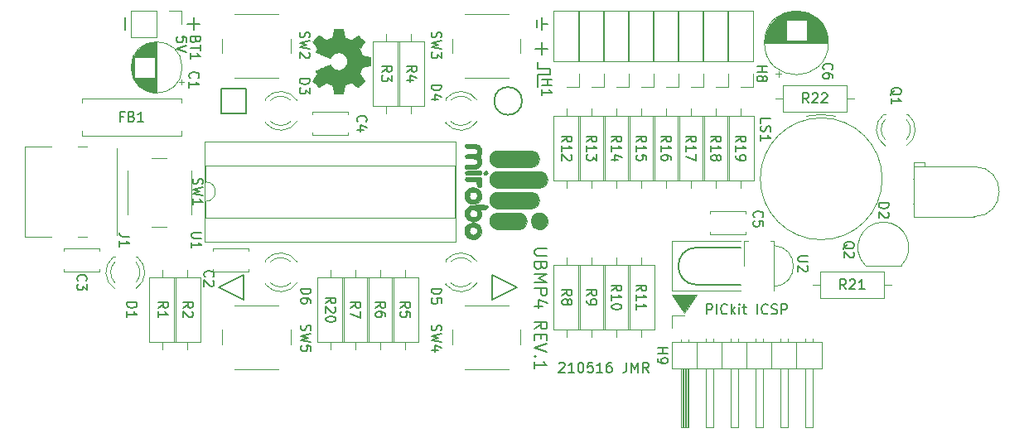
<source format=gbr>
%TF.GenerationSoftware,KiCad,Pcbnew,(5.1.10-1-10_14)*%
%TF.CreationDate,2021-05-17T23:03:08-04:00*%
%TF.ProjectId,UBMP4.1,55424d50-342e-4312-9e6b-696361645f70,0*%
%TF.SameCoordinates,Original*%
%TF.FileFunction,Legend,Top*%
%TF.FilePolarity,Positive*%
%FSLAX46Y46*%
G04 Gerber Fmt 4.6, Leading zero omitted, Abs format (unit mm)*
G04 Created by KiCad (PCBNEW (5.1.10-1-10_14)) date 2021-05-17 23:03:08*
%MOMM*%
%LPD*%
G01*
G04 APERTURE LIST*
%ADD10C,0.152400*%
%ADD11C,0.203200*%
%ADD12C,0.100000*%
%ADD13C,0.120000*%
%ADD14C,0.010000*%
%ADD15C,0.150000*%
%ADD16C,1.901600*%
%ADD17C,2.101600*%
%ADD18O,1.701600X1.701600*%
%ADD19C,1.701600*%
%ADD20O,1.801600X1.801600*%
%ADD21O,1.801600X1.001600*%
%ADD22O,2.501600X1.001600*%
%ADD23C,0.801600*%
%ADD24C,1.401600*%
%ADD25C,6.501600*%
%ADD26O,2.501600X2.501600*%
%ADD27C,2.501600*%
G04 APERTURE END LIST*
D10*
X151765000Y-84455000D02*
X152400000Y-84455000D01*
X151257000Y-84074000D02*
X151257000Y-84836000D01*
X115491380Y-86293476D02*
X115491380Y-85809666D01*
X115007571Y-85761285D01*
X115055952Y-85809666D01*
X115104333Y-85906428D01*
X115104333Y-86148333D01*
X115055952Y-86245095D01*
X115007571Y-86293476D01*
X114910809Y-86341857D01*
X114668904Y-86341857D01*
X114572142Y-86293476D01*
X114523761Y-86245095D01*
X114475380Y-86148333D01*
X114475380Y-85906428D01*
X114523761Y-85809666D01*
X114572142Y-85761285D01*
X115491380Y-86632142D02*
X114475380Y-86970809D01*
X115491380Y-87309476D01*
X109220000Y-83820000D02*
X109220000Y-85090000D01*
X116205000Y-83820000D02*
X116205000Y-85090000D01*
X115570000Y-84455000D02*
X116840000Y-84455000D01*
X118745000Y-111379000D02*
X121285000Y-110109000D01*
X121285000Y-112649000D02*
X118745000Y-111379000D01*
X121285000Y-110109000D02*
X121285000Y-112649000D01*
X149225000Y-111379000D02*
X146685000Y-112649000D01*
X146685000Y-110109000D02*
X149225000Y-111379000D01*
X146685000Y-112649000D02*
X146685000Y-110109000D01*
X151384000Y-89662000D02*
X151384000Y-90932000D01*
X152654000Y-89662000D02*
X151384000Y-89662000D01*
X152654000Y-89027000D02*
X152654000Y-89662000D01*
X151384000Y-89027000D02*
X152654000Y-89027000D01*
X151384000Y-88392000D02*
X151384000Y-89027000D01*
X152400000Y-86995000D02*
X151130000Y-86995000D01*
X151765000Y-86360000D02*
X151765000Y-87630000D01*
X151765000Y-83820000D02*
X151765000Y-85090000D01*
X153543000Y-119174380D02*
X153591380Y-119126000D01*
X153688142Y-119077619D01*
X153930047Y-119077619D01*
X154026809Y-119126000D01*
X154075190Y-119174380D01*
X154123571Y-119271142D01*
X154123571Y-119367904D01*
X154075190Y-119513047D01*
X153494619Y-120093619D01*
X154123571Y-120093619D01*
X155091190Y-120093619D02*
X154510619Y-120093619D01*
X154800904Y-120093619D02*
X154800904Y-119077619D01*
X154704142Y-119222761D01*
X154607380Y-119319523D01*
X154510619Y-119367904D01*
X155720142Y-119077619D02*
X155816904Y-119077619D01*
X155913666Y-119126000D01*
X155962047Y-119174380D01*
X156010428Y-119271142D01*
X156058809Y-119464666D01*
X156058809Y-119706571D01*
X156010428Y-119900095D01*
X155962047Y-119996857D01*
X155913666Y-120045238D01*
X155816904Y-120093619D01*
X155720142Y-120093619D01*
X155623380Y-120045238D01*
X155575000Y-119996857D01*
X155526619Y-119900095D01*
X155478238Y-119706571D01*
X155478238Y-119464666D01*
X155526619Y-119271142D01*
X155575000Y-119174380D01*
X155623380Y-119126000D01*
X155720142Y-119077619D01*
X156978047Y-119077619D02*
X156494238Y-119077619D01*
X156445857Y-119561428D01*
X156494238Y-119513047D01*
X156591000Y-119464666D01*
X156832904Y-119464666D01*
X156929666Y-119513047D01*
X156978047Y-119561428D01*
X157026428Y-119658190D01*
X157026428Y-119900095D01*
X156978047Y-119996857D01*
X156929666Y-120045238D01*
X156832904Y-120093619D01*
X156591000Y-120093619D01*
X156494238Y-120045238D01*
X156445857Y-119996857D01*
X157994047Y-120093619D02*
X157413476Y-120093619D01*
X157703761Y-120093619D02*
X157703761Y-119077619D01*
X157607000Y-119222761D01*
X157510238Y-119319523D01*
X157413476Y-119367904D01*
X158864904Y-119077619D02*
X158671380Y-119077619D01*
X158574619Y-119126000D01*
X158526238Y-119174380D01*
X158429476Y-119319523D01*
X158381095Y-119513047D01*
X158381095Y-119900095D01*
X158429476Y-119996857D01*
X158477857Y-120045238D01*
X158574619Y-120093619D01*
X158768142Y-120093619D01*
X158864904Y-120045238D01*
X158913285Y-119996857D01*
X158961666Y-119900095D01*
X158961666Y-119658190D01*
X158913285Y-119561428D01*
X158864904Y-119513047D01*
X158768142Y-119464666D01*
X158574619Y-119464666D01*
X158477857Y-119513047D01*
X158429476Y-119561428D01*
X158381095Y-119658190D01*
X160461476Y-119077619D02*
X160461476Y-119803333D01*
X160413095Y-119948476D01*
X160316333Y-120045238D01*
X160171190Y-120093619D01*
X160074428Y-120093619D01*
X160945285Y-120093619D02*
X160945285Y-119077619D01*
X161283952Y-119803333D01*
X161622619Y-119077619D01*
X161622619Y-120093619D01*
X162687000Y-120093619D02*
X162348333Y-119609809D01*
X162106428Y-120093619D02*
X162106428Y-119077619D01*
X162493476Y-119077619D01*
X162590238Y-119126000D01*
X162638619Y-119174380D01*
X162687000Y-119271142D01*
X162687000Y-119416285D01*
X162638619Y-119513047D01*
X162590238Y-119561428D01*
X162493476Y-119609809D01*
X162106428Y-119609809D01*
D11*
X152333476Y-107429904D02*
X151305380Y-107429904D01*
X151184428Y-107490380D01*
X151123952Y-107550857D01*
X151063476Y-107671809D01*
X151063476Y-107913714D01*
X151123952Y-108034666D01*
X151184428Y-108095142D01*
X151305380Y-108155619D01*
X152333476Y-108155619D01*
X151728714Y-109183714D02*
X151668238Y-109365142D01*
X151607761Y-109425619D01*
X151486809Y-109486095D01*
X151305380Y-109486095D01*
X151184428Y-109425619D01*
X151123952Y-109365142D01*
X151063476Y-109244190D01*
X151063476Y-108760380D01*
X152333476Y-108760380D01*
X152333476Y-109183714D01*
X152273000Y-109304666D01*
X152212523Y-109365142D01*
X152091571Y-109425619D01*
X151970619Y-109425619D01*
X151849666Y-109365142D01*
X151789190Y-109304666D01*
X151728714Y-109183714D01*
X151728714Y-108760380D01*
X151063476Y-110030380D02*
X152333476Y-110030380D01*
X151426333Y-110453714D01*
X152333476Y-110877047D01*
X151063476Y-110877047D01*
X151063476Y-111481809D02*
X152333476Y-111481809D01*
X152333476Y-111965619D01*
X152273000Y-112086571D01*
X152212523Y-112147047D01*
X152091571Y-112207523D01*
X151910142Y-112207523D01*
X151789190Y-112147047D01*
X151728714Y-112086571D01*
X151668238Y-111965619D01*
X151668238Y-111481809D01*
X151910142Y-113296095D02*
X151063476Y-113296095D01*
X152393952Y-112993714D02*
X151486809Y-112691333D01*
X151486809Y-113477523D01*
X151063476Y-115654666D02*
X151668238Y-115231333D01*
X151063476Y-114928952D02*
X152333476Y-114928952D01*
X152333476Y-115412761D01*
X152273000Y-115533714D01*
X152212523Y-115594190D01*
X152091571Y-115654666D01*
X151910142Y-115654666D01*
X151789190Y-115594190D01*
X151728714Y-115533714D01*
X151668238Y-115412761D01*
X151668238Y-114928952D01*
X151728714Y-116198952D02*
X151728714Y-116622285D01*
X151063476Y-116803714D02*
X151063476Y-116198952D01*
X152333476Y-116198952D01*
X152333476Y-116803714D01*
X152333476Y-117166571D02*
X151063476Y-117589904D01*
X152333476Y-118013238D01*
X151184428Y-118436571D02*
X151123952Y-118497047D01*
X151063476Y-118436571D01*
X151123952Y-118376095D01*
X151184428Y-118436571D01*
X151063476Y-118436571D01*
X151063476Y-119706571D02*
X151063476Y-118980857D01*
X151063476Y-119343714D02*
X152333476Y-119343714D01*
X152152047Y-119222761D01*
X152031095Y-119101809D01*
X151970619Y-118980857D01*
D10*
X167640000Y-107315000D02*
G75*
G03*
X167640000Y-111125000I0J-1905000D01*
G01*
X172085000Y-111125000D02*
X167640000Y-111125000D01*
X172085000Y-107315000D02*
X167640000Y-107315000D01*
X168631809Y-114124619D02*
X168631809Y-113108619D01*
X169018857Y-113108619D01*
X169115619Y-113157000D01*
X169164000Y-113205380D01*
X169212380Y-113302142D01*
X169212380Y-113447285D01*
X169164000Y-113544047D01*
X169115619Y-113592428D01*
X169018857Y-113640809D01*
X168631809Y-113640809D01*
X169647809Y-114124619D02*
X169647809Y-113108619D01*
X170712190Y-114027857D02*
X170663809Y-114076238D01*
X170518666Y-114124619D01*
X170421904Y-114124619D01*
X170276761Y-114076238D01*
X170180000Y-113979476D01*
X170131619Y-113882714D01*
X170083238Y-113689190D01*
X170083238Y-113544047D01*
X170131619Y-113350523D01*
X170180000Y-113253761D01*
X170276761Y-113157000D01*
X170421904Y-113108619D01*
X170518666Y-113108619D01*
X170663809Y-113157000D01*
X170712190Y-113205380D01*
X171147619Y-114124619D02*
X171147619Y-113108619D01*
X171244380Y-113737571D02*
X171534666Y-114124619D01*
X171534666Y-113447285D02*
X171147619Y-113834333D01*
X171970095Y-114124619D02*
X171970095Y-113447285D01*
X171970095Y-113108619D02*
X171921714Y-113157000D01*
X171970095Y-113205380D01*
X172018476Y-113157000D01*
X171970095Y-113108619D01*
X171970095Y-113205380D01*
X172308761Y-113447285D02*
X172695809Y-113447285D01*
X172453904Y-113108619D02*
X172453904Y-113979476D01*
X172502285Y-114076238D01*
X172599047Y-114124619D01*
X172695809Y-114124619D01*
X173808571Y-114124619D02*
X173808571Y-113108619D01*
X174872952Y-114027857D02*
X174824571Y-114076238D01*
X174679428Y-114124619D01*
X174582666Y-114124619D01*
X174437523Y-114076238D01*
X174340761Y-113979476D01*
X174292380Y-113882714D01*
X174244000Y-113689190D01*
X174244000Y-113544047D01*
X174292380Y-113350523D01*
X174340761Y-113253761D01*
X174437523Y-113157000D01*
X174582666Y-113108619D01*
X174679428Y-113108619D01*
X174824571Y-113157000D01*
X174872952Y-113205380D01*
X175260000Y-114076238D02*
X175405142Y-114124619D01*
X175647047Y-114124619D01*
X175743809Y-114076238D01*
X175792190Y-114027857D01*
X175840571Y-113931095D01*
X175840571Y-113834333D01*
X175792190Y-113737571D01*
X175743809Y-113689190D01*
X175647047Y-113640809D01*
X175453523Y-113592428D01*
X175356761Y-113544047D01*
X175308380Y-113495666D01*
X175260000Y-113398904D01*
X175260000Y-113302142D01*
X175308380Y-113205380D01*
X175356761Y-113157000D01*
X175453523Y-113108619D01*
X175695428Y-113108619D01*
X175840571Y-113157000D01*
X176276000Y-114124619D02*
X176276000Y-113108619D01*
X176663047Y-113108619D01*
X176759809Y-113157000D01*
X176808190Y-113205380D01*
X176856571Y-113302142D01*
X176856571Y-113447285D01*
X176808190Y-113544047D01*
X176759809Y-113592428D01*
X176663047Y-113640809D01*
X176276000Y-113640809D01*
D12*
G36*
X166370000Y-114046000D02*
G01*
X165100000Y-112141000D01*
X167640000Y-112141000D01*
X166370000Y-114046000D01*
G37*
X166370000Y-114046000D02*
X165100000Y-112141000D01*
X167640000Y-112141000D01*
X166370000Y-114046000D01*
D10*
X149755903Y-92329000D02*
G75*
G03*
X149755903Y-92329000I-1419903J0D01*
G01*
X118999000Y-93599000D02*
X118999000Y-91059000D01*
X121539000Y-93599000D02*
X118999000Y-93599000D01*
X121539000Y-91059000D02*
X121539000Y-93599000D01*
X118999000Y-91059000D02*
X121539000Y-91059000D01*
D13*
X165100000Y-111760000D02*
X172085000Y-111760000D01*
X165100000Y-106680000D02*
X165100000Y-111760000D01*
X172085000Y-106680000D02*
X165100000Y-106680000D01*
D14*
%TO.C,G2*%
G36*
X133849069Y-88820814D02*
G01*
X133404445Y-88904635D01*
X133276947Y-89213920D01*
X133149449Y-89523206D01*
X133401754Y-89894246D01*
X133472004Y-89998157D01*
X133534728Y-90092087D01*
X133587062Y-90171652D01*
X133626143Y-90232470D01*
X133649107Y-90270157D01*
X133654058Y-90280421D01*
X133641324Y-90298910D01*
X133606118Y-90338420D01*
X133552938Y-90394522D01*
X133486282Y-90462787D01*
X133410646Y-90538786D01*
X133330528Y-90618092D01*
X133250426Y-90696275D01*
X133174836Y-90768907D01*
X133108255Y-90831559D01*
X133055182Y-90879803D01*
X133020113Y-90909210D01*
X133008377Y-90916241D01*
X132986740Y-90906123D01*
X132939338Y-90877759D01*
X132870807Y-90834129D01*
X132785785Y-90778218D01*
X132688907Y-90713006D01*
X132633650Y-90675219D01*
X132532752Y-90606343D01*
X132441701Y-90545140D01*
X132365030Y-90494578D01*
X132307272Y-90457628D01*
X132272957Y-90437258D01*
X132265746Y-90434197D01*
X132245252Y-90441136D01*
X132197487Y-90460051D01*
X132129168Y-90488087D01*
X132047011Y-90522391D01*
X131957730Y-90560109D01*
X131868042Y-90598387D01*
X131784662Y-90634370D01*
X131714306Y-90665206D01*
X131663690Y-90688039D01*
X131639529Y-90700017D01*
X131638578Y-90700724D01*
X131633964Y-90719531D01*
X131623672Y-90769618D01*
X131608713Y-90845793D01*
X131590099Y-90942865D01*
X131568841Y-91055643D01*
X131556582Y-91121442D01*
X131533638Y-91241950D01*
X131511805Y-91350797D01*
X131492278Y-91442476D01*
X131476252Y-91511481D01*
X131464921Y-91552304D01*
X131461326Y-91560511D01*
X131436994Y-91568548D01*
X131382041Y-91575033D01*
X131302892Y-91579970D01*
X131205974Y-91583364D01*
X131097713Y-91585218D01*
X130984535Y-91585538D01*
X130872865Y-91584327D01*
X130769132Y-91581590D01*
X130679759Y-91577331D01*
X130611174Y-91571555D01*
X130569803Y-91564267D01*
X130561190Y-91559895D01*
X130550867Y-91533764D01*
X130536108Y-91478393D01*
X130518648Y-91401107D01*
X130500220Y-91309230D01*
X130494259Y-91277158D01*
X130465934Y-91122524D01*
X130443124Y-91000375D01*
X130424920Y-90906673D01*
X130410417Y-90837384D01*
X130398708Y-90788471D01*
X130388885Y-90755897D01*
X130380044Y-90735628D01*
X130371276Y-90723626D01*
X130369543Y-90721947D01*
X130341629Y-90705184D01*
X130287305Y-90679614D01*
X130213223Y-90647788D01*
X130126035Y-90612260D01*
X130032392Y-90575583D01*
X129938948Y-90540311D01*
X129852353Y-90508996D01*
X129779260Y-90484193D01*
X129726322Y-90468454D01*
X129700189Y-90464332D01*
X129699274Y-90464676D01*
X129677914Y-90478641D01*
X129630916Y-90510322D01*
X129563173Y-90556391D01*
X129479577Y-90613518D01*
X129385018Y-90678373D01*
X129358146Y-90696843D01*
X129260725Y-90762699D01*
X129171837Y-90820650D01*
X129096588Y-90867538D01*
X129040080Y-90900207D01*
X129007419Y-90915500D01*
X129003407Y-90916241D01*
X128982316Y-90903392D01*
X128940536Y-90867888D01*
X128882555Y-90814293D01*
X128812865Y-90747171D01*
X128735955Y-90671087D01*
X128656317Y-90590604D01*
X128578439Y-90510287D01*
X128506814Y-90434699D01*
X128445930Y-90368405D01*
X128400279Y-90315969D01*
X128374350Y-90281955D01*
X128370117Y-90272545D01*
X128380088Y-90250643D01*
X128406980Y-90205800D01*
X128446264Y-90145321D01*
X128477883Y-90098789D01*
X128535902Y-90014475D01*
X128604216Y-89914626D01*
X128672421Y-89814473D01*
X128708925Y-89760627D01*
X128832200Y-89578371D01*
X128749480Y-89425381D01*
X128713241Y-89355682D01*
X128685074Y-89296414D01*
X128669009Y-89256311D01*
X128666774Y-89246103D01*
X128683278Y-89233829D01*
X128729918Y-89209613D01*
X128802391Y-89175263D01*
X128896394Y-89132588D01*
X129007626Y-89083394D01*
X129131785Y-89029490D01*
X129264568Y-88972684D01*
X129401673Y-88914782D01*
X129538798Y-88857593D01*
X129671642Y-88802924D01*
X129795902Y-88752584D01*
X129907275Y-88708380D01*
X130001461Y-88672119D01*
X130074156Y-88645609D01*
X130121059Y-88630658D01*
X130137167Y-88628254D01*
X130157714Y-88647311D01*
X130191067Y-88689036D01*
X130230298Y-88744706D01*
X130233401Y-88749378D01*
X130348577Y-88893264D01*
X130482947Y-89009283D01*
X130632216Y-89096430D01*
X130792087Y-89153699D01*
X130958263Y-89180086D01*
X131126448Y-89174585D01*
X131292345Y-89136190D01*
X131451658Y-89063895D01*
X131486513Y-89042626D01*
X131627263Y-88931996D01*
X131740286Y-88801302D01*
X131824997Y-88655064D01*
X131880806Y-88497808D01*
X131907126Y-88334057D01*
X131903370Y-88168333D01*
X131868950Y-88005162D01*
X131803277Y-87849065D01*
X131705765Y-87704567D01*
X131666187Y-87659869D01*
X131542297Y-87546112D01*
X131411876Y-87463218D01*
X131265685Y-87406356D01*
X131120912Y-87374687D01*
X130958140Y-87366869D01*
X130794560Y-87392938D01*
X130635702Y-87450245D01*
X130487094Y-87536144D01*
X130354265Y-87647986D01*
X130242744Y-87783123D01*
X130230989Y-87800883D01*
X130192492Y-87857150D01*
X130159137Y-87899923D01*
X130137840Y-87920372D01*
X130137167Y-87920669D01*
X130114129Y-87916279D01*
X130061843Y-87898876D01*
X129984610Y-87870268D01*
X129886732Y-87832265D01*
X129772509Y-87786674D01*
X129646242Y-87735303D01*
X129512233Y-87679962D01*
X129374782Y-87622458D01*
X129238192Y-87564601D01*
X129106763Y-87508198D01*
X128984795Y-87455058D01*
X128876591Y-87406990D01*
X128786451Y-87365801D01*
X128718677Y-87333301D01*
X128677570Y-87311297D01*
X128666774Y-87302436D01*
X128675181Y-87275360D01*
X128697728Y-87224697D01*
X128730387Y-87159183D01*
X128749480Y-87123159D01*
X128832200Y-86970168D01*
X128708925Y-86787912D01*
X128645772Y-86694875D01*
X128576273Y-86593015D01*
X128510835Y-86497562D01*
X128477883Y-86449750D01*
X128432727Y-86382505D01*
X128396943Y-86325564D01*
X128375062Y-86286354D01*
X128370437Y-86273619D01*
X128382915Y-86255083D01*
X128417748Y-86214059D01*
X128471322Y-86154525D01*
X128540017Y-86080458D01*
X128620219Y-85995835D01*
X128671714Y-85942315D01*
X128763714Y-85848681D01*
X128846001Y-85767759D01*
X128915055Y-85702823D01*
X128967356Y-85657142D01*
X128999384Y-85633989D01*
X129005884Y-85631768D01*
X129030606Y-85642076D01*
X129080595Y-85670561D01*
X129150788Y-85714063D01*
X129236125Y-85769423D01*
X129331544Y-85833480D01*
X129358146Y-85851697D01*
X129454833Y-85918073D01*
X129541883Y-85977622D01*
X129614405Y-86027016D01*
X129667507Y-86062925D01*
X129696297Y-86082019D01*
X129699274Y-86083864D01*
X129722218Y-86081105D01*
X129772664Y-86066462D01*
X129843959Y-86042487D01*
X129929453Y-86011734D01*
X130022493Y-85976756D01*
X130116426Y-85940107D01*
X130204601Y-85904339D01*
X130280366Y-85872006D01*
X130337069Y-85845662D01*
X130368057Y-85827858D01*
X130369543Y-85826593D01*
X130378399Y-85815706D01*
X130387157Y-85797318D01*
X130396723Y-85767394D01*
X130408004Y-85721897D01*
X130421907Y-85656791D01*
X130439337Y-85568039D01*
X130461202Y-85451607D01*
X130488409Y-85303458D01*
X130494259Y-85271382D01*
X130512626Y-85176314D01*
X130530595Y-85093435D01*
X130546431Y-85030070D01*
X130558400Y-84993542D01*
X130561190Y-84988644D01*
X130585928Y-84980573D01*
X130641210Y-84974013D01*
X130720611Y-84968967D01*
X130817704Y-84965441D01*
X130926062Y-84963439D01*
X131039260Y-84962964D01*
X131150872Y-84964023D01*
X131254471Y-84966618D01*
X131343632Y-84970754D01*
X131411928Y-84976437D01*
X131452934Y-84983669D01*
X131461326Y-84988029D01*
X131469792Y-85012302D01*
X131483565Y-85067574D01*
X131501450Y-85148338D01*
X131522252Y-85249088D01*
X131544777Y-85364317D01*
X131556582Y-85427098D01*
X131578849Y-85546213D01*
X131599021Y-85652435D01*
X131616085Y-85740573D01*
X131629031Y-85805434D01*
X131636845Y-85841826D01*
X131638578Y-85847816D01*
X131658110Y-85857939D01*
X131705157Y-85879338D01*
X131772997Y-85909161D01*
X131854909Y-85944555D01*
X131944172Y-85982668D01*
X132034065Y-86020647D01*
X132117865Y-86055640D01*
X132188853Y-86084794D01*
X132240306Y-86105257D01*
X132265503Y-86114177D01*
X132266604Y-86114343D01*
X132286481Y-86104231D01*
X132332223Y-86075883D01*
X132399283Y-86032277D01*
X132483116Y-85976394D01*
X132579174Y-85911213D01*
X132634350Y-85873321D01*
X132735519Y-85804275D01*
X132827370Y-85742950D01*
X132905256Y-85692337D01*
X132964531Y-85655429D01*
X133000549Y-85635218D01*
X133008623Y-85632299D01*
X133027416Y-85644847D01*
X133067543Y-85679537D01*
X133124507Y-85731937D01*
X133193815Y-85797616D01*
X133270969Y-85872144D01*
X133351475Y-85951087D01*
X133430837Y-86030017D01*
X133504560Y-86104500D01*
X133568148Y-86170106D01*
X133617106Y-86222404D01*
X133646939Y-86256961D01*
X133654058Y-86268522D01*
X133644047Y-86287346D01*
X133615922Y-86332369D01*
X133572546Y-86399213D01*
X133516782Y-86483501D01*
X133451494Y-86580856D01*
X133401754Y-86654293D01*
X133149449Y-87025333D01*
X133404445Y-87643905D01*
X133849069Y-87727725D01*
X134293693Y-87811546D01*
X134293693Y-88736994D01*
X133849069Y-88820814D01*
G37*
X133849069Y-88820814D02*
X133404445Y-88904635D01*
X133276947Y-89213920D01*
X133149449Y-89523206D01*
X133401754Y-89894246D01*
X133472004Y-89998157D01*
X133534728Y-90092087D01*
X133587062Y-90171652D01*
X133626143Y-90232470D01*
X133649107Y-90270157D01*
X133654058Y-90280421D01*
X133641324Y-90298910D01*
X133606118Y-90338420D01*
X133552938Y-90394522D01*
X133486282Y-90462787D01*
X133410646Y-90538786D01*
X133330528Y-90618092D01*
X133250426Y-90696275D01*
X133174836Y-90768907D01*
X133108255Y-90831559D01*
X133055182Y-90879803D01*
X133020113Y-90909210D01*
X133008377Y-90916241D01*
X132986740Y-90906123D01*
X132939338Y-90877759D01*
X132870807Y-90834129D01*
X132785785Y-90778218D01*
X132688907Y-90713006D01*
X132633650Y-90675219D01*
X132532752Y-90606343D01*
X132441701Y-90545140D01*
X132365030Y-90494578D01*
X132307272Y-90457628D01*
X132272957Y-90437258D01*
X132265746Y-90434197D01*
X132245252Y-90441136D01*
X132197487Y-90460051D01*
X132129168Y-90488087D01*
X132047011Y-90522391D01*
X131957730Y-90560109D01*
X131868042Y-90598387D01*
X131784662Y-90634370D01*
X131714306Y-90665206D01*
X131663690Y-90688039D01*
X131639529Y-90700017D01*
X131638578Y-90700724D01*
X131633964Y-90719531D01*
X131623672Y-90769618D01*
X131608713Y-90845793D01*
X131590099Y-90942865D01*
X131568841Y-91055643D01*
X131556582Y-91121442D01*
X131533638Y-91241950D01*
X131511805Y-91350797D01*
X131492278Y-91442476D01*
X131476252Y-91511481D01*
X131464921Y-91552304D01*
X131461326Y-91560511D01*
X131436994Y-91568548D01*
X131382041Y-91575033D01*
X131302892Y-91579970D01*
X131205974Y-91583364D01*
X131097713Y-91585218D01*
X130984535Y-91585538D01*
X130872865Y-91584327D01*
X130769132Y-91581590D01*
X130679759Y-91577331D01*
X130611174Y-91571555D01*
X130569803Y-91564267D01*
X130561190Y-91559895D01*
X130550867Y-91533764D01*
X130536108Y-91478393D01*
X130518648Y-91401107D01*
X130500220Y-91309230D01*
X130494259Y-91277158D01*
X130465934Y-91122524D01*
X130443124Y-91000375D01*
X130424920Y-90906673D01*
X130410417Y-90837384D01*
X130398708Y-90788471D01*
X130388885Y-90755897D01*
X130380044Y-90735628D01*
X130371276Y-90723626D01*
X130369543Y-90721947D01*
X130341629Y-90705184D01*
X130287305Y-90679614D01*
X130213223Y-90647788D01*
X130126035Y-90612260D01*
X130032392Y-90575583D01*
X129938948Y-90540311D01*
X129852353Y-90508996D01*
X129779260Y-90484193D01*
X129726322Y-90468454D01*
X129700189Y-90464332D01*
X129699274Y-90464676D01*
X129677914Y-90478641D01*
X129630916Y-90510322D01*
X129563173Y-90556391D01*
X129479577Y-90613518D01*
X129385018Y-90678373D01*
X129358146Y-90696843D01*
X129260725Y-90762699D01*
X129171837Y-90820650D01*
X129096588Y-90867538D01*
X129040080Y-90900207D01*
X129007419Y-90915500D01*
X129003407Y-90916241D01*
X128982316Y-90903392D01*
X128940536Y-90867888D01*
X128882555Y-90814293D01*
X128812865Y-90747171D01*
X128735955Y-90671087D01*
X128656317Y-90590604D01*
X128578439Y-90510287D01*
X128506814Y-90434699D01*
X128445930Y-90368405D01*
X128400279Y-90315969D01*
X128374350Y-90281955D01*
X128370117Y-90272545D01*
X128380088Y-90250643D01*
X128406980Y-90205800D01*
X128446264Y-90145321D01*
X128477883Y-90098789D01*
X128535902Y-90014475D01*
X128604216Y-89914626D01*
X128672421Y-89814473D01*
X128708925Y-89760627D01*
X128832200Y-89578371D01*
X128749480Y-89425381D01*
X128713241Y-89355682D01*
X128685074Y-89296414D01*
X128669009Y-89256311D01*
X128666774Y-89246103D01*
X128683278Y-89233829D01*
X128729918Y-89209613D01*
X128802391Y-89175263D01*
X128896394Y-89132588D01*
X129007626Y-89083394D01*
X129131785Y-89029490D01*
X129264568Y-88972684D01*
X129401673Y-88914782D01*
X129538798Y-88857593D01*
X129671642Y-88802924D01*
X129795902Y-88752584D01*
X129907275Y-88708380D01*
X130001461Y-88672119D01*
X130074156Y-88645609D01*
X130121059Y-88630658D01*
X130137167Y-88628254D01*
X130157714Y-88647311D01*
X130191067Y-88689036D01*
X130230298Y-88744706D01*
X130233401Y-88749378D01*
X130348577Y-88893264D01*
X130482947Y-89009283D01*
X130632216Y-89096430D01*
X130792087Y-89153699D01*
X130958263Y-89180086D01*
X131126448Y-89174585D01*
X131292345Y-89136190D01*
X131451658Y-89063895D01*
X131486513Y-89042626D01*
X131627263Y-88931996D01*
X131740286Y-88801302D01*
X131824997Y-88655064D01*
X131880806Y-88497808D01*
X131907126Y-88334057D01*
X131903370Y-88168333D01*
X131868950Y-88005162D01*
X131803277Y-87849065D01*
X131705765Y-87704567D01*
X131666187Y-87659869D01*
X131542297Y-87546112D01*
X131411876Y-87463218D01*
X131265685Y-87406356D01*
X131120912Y-87374687D01*
X130958140Y-87366869D01*
X130794560Y-87392938D01*
X130635702Y-87450245D01*
X130487094Y-87536144D01*
X130354265Y-87647986D01*
X130242744Y-87783123D01*
X130230989Y-87800883D01*
X130192492Y-87857150D01*
X130159137Y-87899923D01*
X130137840Y-87920372D01*
X130137167Y-87920669D01*
X130114129Y-87916279D01*
X130061843Y-87898876D01*
X129984610Y-87870268D01*
X129886732Y-87832265D01*
X129772509Y-87786674D01*
X129646242Y-87735303D01*
X129512233Y-87679962D01*
X129374782Y-87622458D01*
X129238192Y-87564601D01*
X129106763Y-87508198D01*
X128984795Y-87455058D01*
X128876591Y-87406990D01*
X128786451Y-87365801D01*
X128718677Y-87333301D01*
X128677570Y-87311297D01*
X128666774Y-87302436D01*
X128675181Y-87275360D01*
X128697728Y-87224697D01*
X128730387Y-87159183D01*
X128749480Y-87123159D01*
X128832200Y-86970168D01*
X128708925Y-86787912D01*
X128645772Y-86694875D01*
X128576273Y-86593015D01*
X128510835Y-86497562D01*
X128477883Y-86449750D01*
X128432727Y-86382505D01*
X128396943Y-86325564D01*
X128375062Y-86286354D01*
X128370437Y-86273619D01*
X128382915Y-86255083D01*
X128417748Y-86214059D01*
X128471322Y-86154525D01*
X128540017Y-86080458D01*
X128620219Y-85995835D01*
X128671714Y-85942315D01*
X128763714Y-85848681D01*
X128846001Y-85767759D01*
X128915055Y-85702823D01*
X128967356Y-85657142D01*
X128999384Y-85633989D01*
X129005884Y-85631768D01*
X129030606Y-85642076D01*
X129080595Y-85670561D01*
X129150788Y-85714063D01*
X129236125Y-85769423D01*
X129331544Y-85833480D01*
X129358146Y-85851697D01*
X129454833Y-85918073D01*
X129541883Y-85977622D01*
X129614405Y-86027016D01*
X129667507Y-86062925D01*
X129696297Y-86082019D01*
X129699274Y-86083864D01*
X129722218Y-86081105D01*
X129772664Y-86066462D01*
X129843959Y-86042487D01*
X129929453Y-86011734D01*
X130022493Y-85976756D01*
X130116426Y-85940107D01*
X130204601Y-85904339D01*
X130280366Y-85872006D01*
X130337069Y-85845662D01*
X130368057Y-85827858D01*
X130369543Y-85826593D01*
X130378399Y-85815706D01*
X130387157Y-85797318D01*
X130396723Y-85767394D01*
X130408004Y-85721897D01*
X130421907Y-85656791D01*
X130439337Y-85568039D01*
X130461202Y-85451607D01*
X130488409Y-85303458D01*
X130494259Y-85271382D01*
X130512626Y-85176314D01*
X130530595Y-85093435D01*
X130546431Y-85030070D01*
X130558400Y-84993542D01*
X130561190Y-84988644D01*
X130585928Y-84980573D01*
X130641210Y-84974013D01*
X130720611Y-84968967D01*
X130817704Y-84965441D01*
X130926062Y-84963439D01*
X131039260Y-84962964D01*
X131150872Y-84964023D01*
X131254471Y-84966618D01*
X131343632Y-84970754D01*
X131411928Y-84976437D01*
X131452934Y-84983669D01*
X131461326Y-84988029D01*
X131469792Y-85012302D01*
X131483565Y-85067574D01*
X131501450Y-85148338D01*
X131522252Y-85249088D01*
X131544777Y-85364317D01*
X131556582Y-85427098D01*
X131578849Y-85546213D01*
X131599021Y-85652435D01*
X131616085Y-85740573D01*
X131629031Y-85805434D01*
X131636845Y-85841826D01*
X131638578Y-85847816D01*
X131658110Y-85857939D01*
X131705157Y-85879338D01*
X131772997Y-85909161D01*
X131854909Y-85944555D01*
X131944172Y-85982668D01*
X132034065Y-86020647D01*
X132117865Y-86055640D01*
X132188853Y-86084794D01*
X132240306Y-86105257D01*
X132265503Y-86114177D01*
X132266604Y-86114343D01*
X132286481Y-86104231D01*
X132332223Y-86075883D01*
X132399283Y-86032277D01*
X132483116Y-85976394D01*
X132579174Y-85911213D01*
X132634350Y-85873321D01*
X132735519Y-85804275D01*
X132827370Y-85742950D01*
X132905256Y-85692337D01*
X132964531Y-85655429D01*
X133000549Y-85635218D01*
X133008623Y-85632299D01*
X133027416Y-85644847D01*
X133067543Y-85679537D01*
X133124507Y-85731937D01*
X133193815Y-85797616D01*
X133270969Y-85872144D01*
X133351475Y-85951087D01*
X133430837Y-86030017D01*
X133504560Y-86104500D01*
X133568148Y-86170106D01*
X133617106Y-86222404D01*
X133646939Y-86256961D01*
X133654058Y-86268522D01*
X133644047Y-86287346D01*
X133615922Y-86332369D01*
X133572546Y-86399213D01*
X133516782Y-86483501D01*
X133451494Y-86580856D01*
X133401754Y-86654293D01*
X133149449Y-87025333D01*
X133404445Y-87643905D01*
X133849069Y-87727725D01*
X134293693Y-87811546D01*
X134293693Y-88736994D01*
X133849069Y-88820814D01*
%TO.C,G1*%
G36*
X145589492Y-97652144D02*
G01*
X145545615Y-97827338D01*
X145528555Y-97864084D01*
X145482909Y-97961854D01*
X145480716Y-98033825D01*
X145521976Y-98126865D01*
X145528555Y-98139250D01*
X145580889Y-98299863D01*
X145601492Y-98501708D01*
X145590282Y-98708166D01*
X145547179Y-98882622D01*
X145530281Y-98919079D01*
X145445234Y-99035935D01*
X145332962Y-99142617D01*
X145320389Y-99151913D01*
X145257208Y-99192091D01*
X145188376Y-99220314D01*
X145097141Y-99239205D01*
X144966753Y-99251385D01*
X144780462Y-99259480D01*
X144603121Y-99264230D01*
X144024075Y-99277960D01*
X143952669Y-99168980D01*
X143906663Y-99085028D01*
X143911898Y-99020551D01*
X143950607Y-98954167D01*
X143984546Y-98908271D01*
X144025736Y-98878019D01*
X144090965Y-98860156D01*
X144197018Y-98851426D01*
X144360682Y-98848576D01*
X144496390Y-98848334D01*
X144749048Y-98844171D01*
X144929142Y-98827906D01*
X145048527Y-98793876D01*
X145119061Y-98736415D01*
X145152599Y-98649861D01*
X145161000Y-98530834D01*
X145152147Y-98409662D01*
X145117664Y-98323430D01*
X145045664Y-98266408D01*
X144924260Y-98232871D01*
X144741564Y-98217092D01*
X144501975Y-98213334D01*
X144289557Y-98211466D01*
X144145119Y-98204275D01*
X144052024Y-98189380D01*
X143993635Y-98164400D01*
X143961061Y-98135917D01*
X143897329Y-98024000D01*
X143917638Y-97919345D01*
X143968417Y-97860061D01*
X144021239Y-97827580D01*
X144104561Y-97806519D01*
X144234583Y-97794780D01*
X144427508Y-97790263D01*
X144509330Y-97790000D01*
X144759325Y-97785596D01*
X144936859Y-97768508D01*
X145053859Y-97732926D01*
X145122251Y-97673040D01*
X145153963Y-97583038D01*
X145161000Y-97472500D01*
X145152251Y-97351680D01*
X145118094Y-97265595D01*
X145046666Y-97208564D01*
X144926102Y-97174909D01*
X144744536Y-97158948D01*
X144497814Y-97155000D01*
X144289756Y-97153852D01*
X144149612Y-97148465D01*
X144060644Y-97135928D01*
X144006108Y-97113329D01*
X143969266Y-97077756D01*
X143956900Y-97060914D01*
X143904400Y-96977926D01*
X143900383Y-96919316D01*
X143945240Y-96842475D01*
X143959085Y-96822633D01*
X143989765Y-96783818D01*
X144027720Y-96757436D01*
X144087795Y-96741565D01*
X144184834Y-96734287D01*
X144333679Y-96733680D01*
X144549175Y-96737827D01*
X144604669Y-96739130D01*
X144841034Y-96745913D01*
X145009518Y-96754921D01*
X145126905Y-96768790D01*
X145209978Y-96790151D01*
X145275522Y-96821639D01*
X145320389Y-96851421D01*
X145432806Y-96953612D01*
X145523363Y-97071929D01*
X145530281Y-97084254D01*
X145581906Y-97243985D01*
X145601616Y-97445488D01*
X145589492Y-97652144D01*
G37*
X145589492Y-97652144D02*
X145545615Y-97827338D01*
X145528555Y-97864084D01*
X145482909Y-97961854D01*
X145480716Y-98033825D01*
X145521976Y-98126865D01*
X145528555Y-98139250D01*
X145580889Y-98299863D01*
X145601492Y-98501708D01*
X145590282Y-98708166D01*
X145547179Y-98882622D01*
X145530281Y-98919079D01*
X145445234Y-99035935D01*
X145332962Y-99142617D01*
X145320389Y-99151913D01*
X145257208Y-99192091D01*
X145188376Y-99220314D01*
X145097141Y-99239205D01*
X144966753Y-99251385D01*
X144780462Y-99259480D01*
X144603121Y-99264230D01*
X144024075Y-99277960D01*
X143952669Y-99168980D01*
X143906663Y-99085028D01*
X143911898Y-99020551D01*
X143950607Y-98954167D01*
X143984546Y-98908271D01*
X144025736Y-98878019D01*
X144090965Y-98860156D01*
X144197018Y-98851426D01*
X144360682Y-98848576D01*
X144496390Y-98848334D01*
X144749048Y-98844171D01*
X144929142Y-98827906D01*
X145048527Y-98793876D01*
X145119061Y-98736415D01*
X145152599Y-98649861D01*
X145161000Y-98530834D01*
X145152147Y-98409662D01*
X145117664Y-98323430D01*
X145045664Y-98266408D01*
X144924260Y-98232871D01*
X144741564Y-98217092D01*
X144501975Y-98213334D01*
X144289557Y-98211466D01*
X144145119Y-98204275D01*
X144052024Y-98189380D01*
X143993635Y-98164400D01*
X143961061Y-98135917D01*
X143897329Y-98024000D01*
X143917638Y-97919345D01*
X143968417Y-97860061D01*
X144021239Y-97827580D01*
X144104561Y-97806519D01*
X144234583Y-97794780D01*
X144427508Y-97790263D01*
X144509330Y-97790000D01*
X144759325Y-97785596D01*
X144936859Y-97768508D01*
X145053859Y-97732926D01*
X145122251Y-97673040D01*
X145153963Y-97583038D01*
X145161000Y-97472500D01*
X145152251Y-97351680D01*
X145118094Y-97265595D01*
X145046666Y-97208564D01*
X144926102Y-97174909D01*
X144744536Y-97158948D01*
X144497814Y-97155000D01*
X144289756Y-97153852D01*
X144149612Y-97148465D01*
X144060644Y-97135928D01*
X144006108Y-97113329D01*
X143969266Y-97077756D01*
X143956900Y-97060914D01*
X143904400Y-96977926D01*
X143900383Y-96919316D01*
X143945240Y-96842475D01*
X143959085Y-96822633D01*
X143989765Y-96783818D01*
X144027720Y-96757436D01*
X144087795Y-96741565D01*
X144184834Y-96734287D01*
X144333679Y-96733680D01*
X144549175Y-96737827D01*
X144604669Y-96739130D01*
X144841034Y-96745913D01*
X145009518Y-96754921D01*
X145126905Y-96768790D01*
X145209978Y-96790151D01*
X145275522Y-96821639D01*
X145320389Y-96851421D01*
X145432806Y-96953612D01*
X145523363Y-97071929D01*
X145530281Y-97084254D01*
X145581906Y-97243985D01*
X145601616Y-97445488D01*
X145589492Y-97652144D01*
G36*
X145604606Y-99737169D02*
G01*
X145567059Y-99800834D01*
X145497715Y-99906667D01*
X144760258Y-99906667D01*
X144493797Y-99906234D01*
X144299207Y-99903935D01*
X144163694Y-99898273D01*
X144074462Y-99887749D01*
X144018717Y-99870864D01*
X143983663Y-99846120D01*
X143956900Y-99812581D01*
X143908095Y-99735152D01*
X143891000Y-99695000D01*
X143912736Y-99646568D01*
X143956900Y-99577420D01*
X143984079Y-99543463D01*
X144019339Y-99518842D01*
X144075474Y-99502059D01*
X144165279Y-99491615D01*
X144301549Y-99486012D01*
X144497079Y-99483751D01*
X144760258Y-99483334D01*
X145497715Y-99483334D01*
X145567059Y-99589167D01*
X145611851Y-99672022D01*
X145604606Y-99737169D01*
G37*
X145604606Y-99737169D02*
X145567059Y-99800834D01*
X145497715Y-99906667D01*
X144760258Y-99906667D01*
X144493797Y-99906234D01*
X144299207Y-99903935D01*
X144163694Y-99898273D01*
X144074462Y-99887749D01*
X144018717Y-99870864D01*
X143983663Y-99846120D01*
X143956900Y-99812581D01*
X143908095Y-99735152D01*
X143891000Y-99695000D01*
X143912736Y-99646568D01*
X143956900Y-99577420D01*
X143984079Y-99543463D01*
X144019339Y-99518842D01*
X144075474Y-99502059D01*
X144165279Y-99491615D01*
X144301549Y-99486012D01*
X144497079Y-99483751D01*
X144760258Y-99483334D01*
X145497715Y-99483334D01*
X145567059Y-99589167D01*
X145611851Y-99672022D01*
X145604606Y-99737169D01*
G36*
X145589270Y-100405443D02*
G01*
X145569158Y-100493669D01*
X145563743Y-100640661D01*
X145571082Y-100787461D01*
X145582701Y-100944351D01*
X145581273Y-101038339D01*
X145561527Y-101090833D01*
X145518195Y-101123240D01*
X145484487Y-101139308D01*
X145352192Y-101166493D01*
X145240714Y-101131977D01*
X145172263Y-101046602D01*
X145161000Y-100981403D01*
X145148577Y-100865362D01*
X145118066Y-100726562D01*
X145111966Y-100705328D01*
X145062931Y-100541667D01*
X144542866Y-100541667D01*
X144323971Y-100540728D01*
X144173924Y-100536219D01*
X144076915Y-100525601D01*
X144017132Y-100506335D01*
X143978764Y-100475883D01*
X143956900Y-100447581D01*
X143908095Y-100370152D01*
X143891000Y-100330000D01*
X143912736Y-100281568D01*
X143956900Y-100212420D01*
X143984079Y-100178463D01*
X144019339Y-100153842D01*
X144075474Y-100137059D01*
X144165279Y-100126615D01*
X144301549Y-100121012D01*
X144497079Y-100118751D01*
X144760258Y-100118334D01*
X145026150Y-100118630D01*
X145220166Y-100120612D01*
X145355096Y-100125914D01*
X145443730Y-100136175D01*
X145498860Y-100153029D01*
X145533274Y-100178115D01*
X145559765Y-100213067D01*
X145565199Y-100221328D01*
X145608477Y-100322520D01*
X145589270Y-100405443D01*
G37*
X145589270Y-100405443D02*
X145569158Y-100493669D01*
X145563743Y-100640661D01*
X145571082Y-100787461D01*
X145582701Y-100944351D01*
X145581273Y-101038339D01*
X145561527Y-101090833D01*
X145518195Y-101123240D01*
X145484487Y-101139308D01*
X145352192Y-101166493D01*
X145240714Y-101131977D01*
X145172263Y-101046602D01*
X145161000Y-100981403D01*
X145148577Y-100865362D01*
X145118066Y-100726562D01*
X145111966Y-100705328D01*
X145062931Y-100541667D01*
X144542866Y-100541667D01*
X144323971Y-100540728D01*
X144173924Y-100536219D01*
X144076915Y-100525601D01*
X144017132Y-100506335D01*
X143978764Y-100475883D01*
X143956900Y-100447581D01*
X143908095Y-100370152D01*
X143891000Y-100330000D01*
X143912736Y-100281568D01*
X143956900Y-100212420D01*
X143984079Y-100178463D01*
X144019339Y-100153842D01*
X144075474Y-100137059D01*
X144165279Y-100126615D01*
X144301549Y-100121012D01*
X144497079Y-100118751D01*
X144760258Y-100118334D01*
X145026150Y-100118630D01*
X145220166Y-100120612D01*
X145355096Y-100125914D01*
X145443730Y-100136175D01*
X145498860Y-100153029D01*
X145533274Y-100178115D01*
X145559765Y-100213067D01*
X145565199Y-100221328D01*
X145608477Y-100322520D01*
X145589270Y-100405443D01*
G36*
X145597930Y-102170570D02*
G01*
X145586427Y-102223054D01*
X145499916Y-102454991D01*
X145365664Y-102626899D01*
X145169226Y-102756591D01*
X145144045Y-102768653D01*
X144887041Y-102849122D01*
X144631730Y-102857910D01*
X144393138Y-102799280D01*
X144186293Y-102677495D01*
X144026222Y-102496818D01*
X143995147Y-102442704D01*
X143941990Y-102282702D01*
X143915658Y-102080854D01*
X143919235Y-101876582D01*
X143941193Y-101753242D01*
X144038141Y-101552297D01*
X144199125Y-101381830D01*
X144405257Y-101255235D01*
X144637649Y-101185908D01*
X144753922Y-101176903D01*
X144758833Y-101177619D01*
X144758833Y-101621167D01*
X144621682Y-101631076D01*
X144529973Y-101670813D01*
X144458834Y-101739944D01*
X144377470Y-101886795D01*
X144352714Y-102053200D01*
X144384814Y-102210147D01*
X144453952Y-102311636D01*
X144600120Y-102400225D01*
X144766749Y-102427814D01*
X144929246Y-102397156D01*
X145063020Y-102311005D01*
X145117412Y-102237345D01*
X145160821Y-102075411D01*
X145141682Y-101899298D01*
X145064423Y-101746617D01*
X145058832Y-101739944D01*
X144975898Y-101662716D01*
X144880005Y-101628176D01*
X144758833Y-101621167D01*
X144758833Y-101177619D01*
X145010901Y-101214371D01*
X145234473Y-101319581D01*
X145414799Y-101480168D01*
X145542043Y-101683770D01*
X145606366Y-101918026D01*
X145597930Y-102170570D01*
G37*
X145597930Y-102170570D02*
X145586427Y-102223054D01*
X145499916Y-102454991D01*
X145365664Y-102626899D01*
X145169226Y-102756591D01*
X145144045Y-102768653D01*
X144887041Y-102849122D01*
X144631730Y-102857910D01*
X144393138Y-102799280D01*
X144186293Y-102677495D01*
X144026222Y-102496818D01*
X143995147Y-102442704D01*
X143941990Y-102282702D01*
X143915658Y-102080854D01*
X143919235Y-101876582D01*
X143941193Y-101753242D01*
X144038141Y-101552297D01*
X144199125Y-101381830D01*
X144405257Y-101255235D01*
X144637649Y-101185908D01*
X144753922Y-101176903D01*
X144758833Y-101177619D01*
X144758833Y-101621167D01*
X144621682Y-101631076D01*
X144529973Y-101670813D01*
X144458834Y-101739944D01*
X144377470Y-101886795D01*
X144352714Y-102053200D01*
X144384814Y-102210147D01*
X144453952Y-102311636D01*
X144600120Y-102400225D01*
X144766749Y-102427814D01*
X144929246Y-102397156D01*
X145063020Y-102311005D01*
X145117412Y-102237345D01*
X145160821Y-102075411D01*
X145141682Y-101899298D01*
X145064423Y-101746617D01*
X145058832Y-101739944D01*
X144975898Y-101662716D01*
X144880005Y-101628176D01*
X144758833Y-101621167D01*
X144758833Y-101177619D01*
X145010901Y-101214371D01*
X145234473Y-101319581D01*
X145414799Y-101480168D01*
X145542043Y-101683770D01*
X145606366Y-101918026D01*
X145597930Y-102170570D01*
G36*
X146223419Y-103299579D02*
G01*
X146111163Y-103376182D01*
X145928629Y-103415372D01*
X145812637Y-103420334D01*
X145662836Y-103423139D01*
X145581854Y-103434333D01*
X145553952Y-103458082D01*
X145558729Y-103487534D01*
X145611960Y-103730214D01*
X145597773Y-103980888D01*
X145520076Y-104213378D01*
X145429728Y-104351598D01*
X145243592Y-104515571D01*
X145024179Y-104618291D01*
X144788139Y-104660481D01*
X144552122Y-104642863D01*
X144332779Y-104566160D01*
X144146761Y-104431093D01*
X144038739Y-104291257D01*
X143975725Y-104152350D01*
X143927788Y-103989400D01*
X143901633Y-103833328D01*
X143903962Y-103715056D01*
X143909593Y-103695500D01*
X143930278Y-103625280D01*
X143951871Y-103535683D01*
X143995270Y-103436148D01*
X144076830Y-103313840D01*
X144129615Y-103250175D01*
X144230779Y-103152307D01*
X144342946Y-103077995D01*
X144479005Y-103024244D01*
X144651845Y-102988059D01*
X144802530Y-102973422D01*
X144802530Y-103424391D01*
X144623000Y-103437992D01*
X144471764Y-103521321D01*
X144468681Y-103524145D01*
X144379537Y-103659484D01*
X144349530Y-103825516D01*
X144379072Y-103991947D01*
X144460576Y-104120758D01*
X144599720Y-104203813D01*
X144772846Y-104223735D01*
X144955411Y-104178572D01*
X144988639Y-104162733D01*
X145092044Y-104089725D01*
X145144968Y-103990639D01*
X145160917Y-103838818D01*
X145161000Y-103822500D01*
X145147591Y-103664923D01*
X145098362Y-103562363D01*
X144999810Y-103488166D01*
X144988639Y-103482268D01*
X144802530Y-103424391D01*
X144802530Y-102973422D01*
X144874355Y-102966445D01*
X145159424Y-102956408D01*
X145401517Y-102954667D01*
X145660624Y-102955428D01*
X145848714Y-102958704D01*
X145979431Y-102965986D01*
X146066418Y-102978761D01*
X146123319Y-102998521D01*
X146163779Y-103026755D01*
X146177000Y-103039334D01*
X146239793Y-103123144D01*
X146261666Y-103187500D01*
X146223419Y-103299579D01*
G37*
X146223419Y-103299579D02*
X146111163Y-103376182D01*
X145928629Y-103415372D01*
X145812637Y-103420334D01*
X145662836Y-103423139D01*
X145581854Y-103434333D01*
X145553952Y-103458082D01*
X145558729Y-103487534D01*
X145611960Y-103730214D01*
X145597773Y-103980888D01*
X145520076Y-104213378D01*
X145429728Y-104351598D01*
X145243592Y-104515571D01*
X145024179Y-104618291D01*
X144788139Y-104660481D01*
X144552122Y-104642863D01*
X144332779Y-104566160D01*
X144146761Y-104431093D01*
X144038739Y-104291257D01*
X143975725Y-104152350D01*
X143927788Y-103989400D01*
X143901633Y-103833328D01*
X143903962Y-103715056D01*
X143909593Y-103695500D01*
X143930278Y-103625280D01*
X143951871Y-103535683D01*
X143995270Y-103436148D01*
X144076830Y-103313840D01*
X144129615Y-103250175D01*
X144230779Y-103152307D01*
X144342946Y-103077995D01*
X144479005Y-103024244D01*
X144651845Y-102988059D01*
X144802530Y-102973422D01*
X144802530Y-103424391D01*
X144623000Y-103437992D01*
X144471764Y-103521321D01*
X144468681Y-103524145D01*
X144379537Y-103659484D01*
X144349530Y-103825516D01*
X144379072Y-103991947D01*
X144460576Y-104120758D01*
X144599720Y-104203813D01*
X144772846Y-104223735D01*
X144955411Y-104178572D01*
X144988639Y-104162733D01*
X145092044Y-104089725D01*
X145144968Y-103990639D01*
X145160917Y-103838818D01*
X145161000Y-103822500D01*
X145147591Y-103664923D01*
X145098362Y-103562363D01*
X144999810Y-103488166D01*
X144988639Y-103482268D01*
X144802530Y-103424391D01*
X144802530Y-102973422D01*
X144874355Y-102966445D01*
X145159424Y-102956408D01*
X145401517Y-102954667D01*
X145660624Y-102955428D01*
X145848714Y-102958704D01*
X145979431Y-102965986D01*
X146066418Y-102978761D01*
X146123319Y-102998521D01*
X146163779Y-103026755D01*
X146177000Y-103039334D01*
X146239793Y-103123144D01*
X146261666Y-103187500D01*
X146223419Y-103299579D01*
G36*
X145597930Y-105768904D02*
G01*
X145586427Y-105821388D01*
X145499916Y-106053325D01*
X145365664Y-106225232D01*
X145169226Y-106354925D01*
X145144045Y-106366986D01*
X144887041Y-106447456D01*
X144631730Y-106456244D01*
X144393138Y-106397613D01*
X144186293Y-106275828D01*
X144026222Y-106095151D01*
X143995147Y-106041037D01*
X143941990Y-105881036D01*
X143915658Y-105679187D01*
X143919235Y-105474915D01*
X143941193Y-105351576D01*
X144038141Y-105150630D01*
X144199125Y-104980163D01*
X144405257Y-104853568D01*
X144637649Y-104784241D01*
X144753922Y-104775236D01*
X144758833Y-104775952D01*
X144758833Y-105219500D01*
X144621682Y-105229410D01*
X144529973Y-105269146D01*
X144458834Y-105338277D01*
X144377470Y-105485128D01*
X144352714Y-105651534D01*
X144384814Y-105808480D01*
X144453952Y-105909970D01*
X144600120Y-105998559D01*
X144766749Y-106026147D01*
X144929246Y-105995489D01*
X145063020Y-105909339D01*
X145117412Y-105835678D01*
X145160821Y-105673745D01*
X145141682Y-105497631D01*
X145064423Y-105344950D01*
X145058832Y-105338277D01*
X144975898Y-105261049D01*
X144880005Y-105226509D01*
X144758833Y-105219500D01*
X144758833Y-104775952D01*
X145010901Y-104812705D01*
X145234473Y-104917914D01*
X145414799Y-105078501D01*
X145542043Y-105282104D01*
X145606366Y-105516359D01*
X145597930Y-105768904D01*
G37*
X145597930Y-105768904D02*
X145586427Y-105821388D01*
X145499916Y-106053325D01*
X145365664Y-106225232D01*
X145169226Y-106354925D01*
X145144045Y-106366986D01*
X144887041Y-106447456D01*
X144631730Y-106456244D01*
X144393138Y-106397613D01*
X144186293Y-106275828D01*
X144026222Y-106095151D01*
X143995147Y-106041037D01*
X143941990Y-105881036D01*
X143915658Y-105679187D01*
X143919235Y-105474915D01*
X143941193Y-105351576D01*
X144038141Y-105150630D01*
X144199125Y-104980163D01*
X144405257Y-104853568D01*
X144637649Y-104784241D01*
X144753922Y-104775236D01*
X144758833Y-104775952D01*
X144758833Y-105219500D01*
X144621682Y-105229410D01*
X144529973Y-105269146D01*
X144458834Y-105338277D01*
X144377470Y-105485128D01*
X144352714Y-105651534D01*
X144384814Y-105808480D01*
X144453952Y-105909970D01*
X144600120Y-105998559D01*
X144766749Y-106026147D01*
X144929246Y-105995489D01*
X145063020Y-105909339D01*
X145117412Y-105835678D01*
X145160821Y-105673745D01*
X145141682Y-105497631D01*
X145064423Y-105344950D01*
X145058832Y-105338277D01*
X144975898Y-105261049D01*
X144880005Y-105226509D01*
X144758833Y-105219500D01*
X144758833Y-104775952D01*
X145010901Y-104812705D01*
X145234473Y-104917914D01*
X145414799Y-105078501D01*
X145542043Y-105282104D01*
X145606366Y-105516359D01*
X145597930Y-105768904D01*
G36*
X146239606Y-99737169D02*
G01*
X146202059Y-99800834D01*
X146105326Y-99887015D01*
X145991750Y-99901296D01*
X145886767Y-99842800D01*
X145861900Y-99812581D01*
X145813095Y-99735152D01*
X145796000Y-99695000D01*
X145817736Y-99646568D01*
X145861900Y-99577420D01*
X145959751Y-99497958D01*
X146073467Y-99491526D01*
X146177612Y-99557245D01*
X146202059Y-99589167D01*
X146246851Y-99672022D01*
X146239606Y-99737169D01*
G37*
X146239606Y-99737169D02*
X146202059Y-99800834D01*
X146105326Y-99887015D01*
X145991750Y-99901296D01*
X145886767Y-99842800D01*
X145861900Y-99812581D01*
X145813095Y-99735152D01*
X145796000Y-99695000D01*
X145817736Y-99646568D01*
X145861900Y-99577420D01*
X145959751Y-99497958D01*
X146073467Y-99491526D01*
X146177612Y-99557245D01*
X146202059Y-99589167D01*
X146246851Y-99672022D01*
X146239606Y-99737169D01*
G36*
X151481480Y-98481662D02*
G01*
X151391246Y-98695395D01*
X151240447Y-98879770D01*
X151029082Y-99020035D01*
X151024166Y-99022322D01*
X150978602Y-99041043D01*
X150925160Y-99056528D01*
X150855846Y-99069080D01*
X150762668Y-99079005D01*
X150637634Y-99086606D01*
X150472751Y-99092188D01*
X150260025Y-99096054D01*
X149991465Y-99098510D01*
X149659078Y-99099859D01*
X149254870Y-99100405D01*
X148971000Y-99100474D01*
X148519283Y-99100267D01*
X148144239Y-99099441D01*
X147837876Y-99097694D01*
X147592200Y-99094721D01*
X147399220Y-99090217D01*
X147250943Y-99083878D01*
X147139375Y-99075401D01*
X147056524Y-99064480D01*
X146994398Y-99050812D01*
X146945003Y-99034092D01*
X146917833Y-99022322D01*
X146704096Y-98880473D01*
X146548145Y-98687654D01*
X146455679Y-98459641D01*
X146432395Y-98212213D01*
X146483991Y-97961144D01*
X146511012Y-97895834D01*
X146647832Y-97681794D01*
X146837797Y-97528886D01*
X146948801Y-97474521D01*
X146997323Y-97458521D01*
X147064398Y-97445297D01*
X147157723Y-97434605D01*
X147284994Y-97426200D01*
X147453908Y-97419836D01*
X147672161Y-97415270D01*
X147947451Y-97412257D01*
X148287472Y-97410552D01*
X148699922Y-97409909D01*
X148980223Y-97409930D01*
X149430814Y-97410364D01*
X149804753Y-97411385D01*
X150110055Y-97413303D01*
X150354737Y-97416429D01*
X150546813Y-97421072D01*
X150694297Y-97427542D01*
X150805206Y-97436151D01*
X150887553Y-97447206D01*
X150949355Y-97461020D01*
X150998626Y-97477902D01*
X151024166Y-97489012D01*
X151236760Y-97628229D01*
X151388788Y-97811856D01*
X151480251Y-98025140D01*
X151511148Y-98253326D01*
X151481480Y-98481662D01*
G37*
X151481480Y-98481662D02*
X151391246Y-98695395D01*
X151240447Y-98879770D01*
X151029082Y-99020035D01*
X151024166Y-99022322D01*
X150978602Y-99041043D01*
X150925160Y-99056528D01*
X150855846Y-99069080D01*
X150762668Y-99079005D01*
X150637634Y-99086606D01*
X150472751Y-99092188D01*
X150260025Y-99096054D01*
X149991465Y-99098510D01*
X149659078Y-99099859D01*
X149254870Y-99100405D01*
X148971000Y-99100474D01*
X148519283Y-99100267D01*
X148144239Y-99099441D01*
X147837876Y-99097694D01*
X147592200Y-99094721D01*
X147399220Y-99090217D01*
X147250943Y-99083878D01*
X147139375Y-99075401D01*
X147056524Y-99064480D01*
X146994398Y-99050812D01*
X146945003Y-99034092D01*
X146917833Y-99022322D01*
X146704096Y-98880473D01*
X146548145Y-98687654D01*
X146455679Y-98459641D01*
X146432395Y-98212213D01*
X146483991Y-97961144D01*
X146511012Y-97895834D01*
X146647832Y-97681794D01*
X146837797Y-97528886D01*
X146948801Y-97474521D01*
X146997323Y-97458521D01*
X147064398Y-97445297D01*
X147157723Y-97434605D01*
X147284994Y-97426200D01*
X147453908Y-97419836D01*
X147672161Y-97415270D01*
X147947451Y-97412257D01*
X148287472Y-97410552D01*
X148699922Y-97409909D01*
X148980223Y-97409930D01*
X149430814Y-97410364D01*
X149804753Y-97411385D01*
X150110055Y-97413303D01*
X150354737Y-97416429D01*
X150546813Y-97421072D01*
X150694297Y-97427542D01*
X150805206Y-97436151D01*
X150887553Y-97447206D01*
X150949355Y-97461020D01*
X150998626Y-97477902D01*
X151024166Y-97489012D01*
X151236760Y-97628229D01*
X151388788Y-97811856D01*
X151480251Y-98025140D01*
X151511148Y-98253326D01*
X151481480Y-98481662D01*
G36*
X152328146Y-100598329D02*
G01*
X152237913Y-100812061D01*
X152087113Y-100996437D01*
X151875749Y-101136702D01*
X151870833Y-101138988D01*
X151829564Y-101156018D01*
X151780903Y-101170388D01*
X151717744Y-101182323D01*
X151632978Y-101192046D01*
X151519497Y-101199782D01*
X151370195Y-101205755D01*
X151177964Y-101210190D01*
X150935696Y-101213311D01*
X150636284Y-101215342D01*
X150272619Y-101216508D01*
X149837596Y-101217032D01*
X149394333Y-101217141D01*
X148891264Y-101216993D01*
X148465754Y-101216399D01*
X148110696Y-101215136D01*
X147818981Y-101212978D01*
X147583502Y-101209702D01*
X147397152Y-101205083D01*
X147252823Y-101198896D01*
X147143407Y-101190919D01*
X147061798Y-101180926D01*
X147000887Y-101168693D01*
X146953566Y-101153995D01*
X146917833Y-101138988D01*
X146704096Y-100997140D01*
X146548145Y-100804321D01*
X146455679Y-100576308D01*
X146432395Y-100328879D01*
X146483991Y-100077811D01*
X146511012Y-100012500D01*
X146647832Y-99798460D01*
X146837797Y-99645552D01*
X146948801Y-99591187D01*
X146992829Y-99576675D01*
X147054300Y-99564434D01*
X147140089Y-99554284D01*
X147257068Y-99546044D01*
X147412110Y-99539534D01*
X147612088Y-99534572D01*
X147863876Y-99530977D01*
X148174345Y-99528569D01*
X148550370Y-99527167D01*
X148998823Y-99526590D01*
X149403557Y-99526597D01*
X149905593Y-99526950D01*
X150330085Y-99527721D01*
X150684158Y-99529140D01*
X150974934Y-99531433D01*
X151209538Y-99534831D01*
X151395092Y-99539560D01*
X151538719Y-99545849D01*
X151647543Y-99553927D01*
X151728688Y-99564022D01*
X151789276Y-99576361D01*
X151836431Y-99591175D01*
X151870833Y-99605679D01*
X152083427Y-99744896D01*
X152235455Y-99928523D01*
X152326917Y-100141806D01*
X152357815Y-100369993D01*
X152328146Y-100598329D01*
G37*
X152328146Y-100598329D02*
X152237913Y-100812061D01*
X152087113Y-100996437D01*
X151875749Y-101136702D01*
X151870833Y-101138988D01*
X151829564Y-101156018D01*
X151780903Y-101170388D01*
X151717744Y-101182323D01*
X151632978Y-101192046D01*
X151519497Y-101199782D01*
X151370195Y-101205755D01*
X151177964Y-101210190D01*
X150935696Y-101213311D01*
X150636284Y-101215342D01*
X150272619Y-101216508D01*
X149837596Y-101217032D01*
X149394333Y-101217141D01*
X148891264Y-101216993D01*
X148465754Y-101216399D01*
X148110696Y-101215136D01*
X147818981Y-101212978D01*
X147583502Y-101209702D01*
X147397152Y-101205083D01*
X147252823Y-101198896D01*
X147143407Y-101190919D01*
X147061798Y-101180926D01*
X147000887Y-101168693D01*
X146953566Y-101153995D01*
X146917833Y-101138988D01*
X146704096Y-100997140D01*
X146548145Y-100804321D01*
X146455679Y-100576308D01*
X146432395Y-100328879D01*
X146483991Y-100077811D01*
X146511012Y-100012500D01*
X146647832Y-99798460D01*
X146837797Y-99645552D01*
X146948801Y-99591187D01*
X146992829Y-99576675D01*
X147054300Y-99564434D01*
X147140089Y-99554284D01*
X147257068Y-99546044D01*
X147412110Y-99539534D01*
X147612088Y-99534572D01*
X147863876Y-99530977D01*
X148174345Y-99528569D01*
X148550370Y-99527167D01*
X148998823Y-99526590D01*
X149403557Y-99526597D01*
X149905593Y-99526950D01*
X150330085Y-99527721D01*
X150684158Y-99529140D01*
X150974934Y-99531433D01*
X151209538Y-99534831D01*
X151395092Y-99539560D01*
X151538719Y-99545849D01*
X151647543Y-99553927D01*
X151728688Y-99564022D01*
X151789276Y-99576361D01*
X151836431Y-99591175D01*
X151870833Y-99605679D01*
X152083427Y-99744896D01*
X152235455Y-99928523D01*
X152326917Y-100141806D01*
X152357815Y-100369993D01*
X152328146Y-100598329D01*
G36*
X151481480Y-102714996D02*
G01*
X151391246Y-102928728D01*
X151240447Y-103113103D01*
X151029082Y-103253368D01*
X151024166Y-103255655D01*
X150978602Y-103274376D01*
X150925160Y-103289861D01*
X150855846Y-103302414D01*
X150762668Y-103312338D01*
X150637634Y-103319940D01*
X150472751Y-103325521D01*
X150260025Y-103329388D01*
X149991465Y-103331843D01*
X149659078Y-103333192D01*
X149254870Y-103333738D01*
X148971000Y-103333807D01*
X148519283Y-103333600D01*
X148144239Y-103332775D01*
X147837876Y-103331027D01*
X147592200Y-103328054D01*
X147399220Y-103323550D01*
X147250943Y-103317212D01*
X147139375Y-103308734D01*
X147056524Y-103297813D01*
X146994398Y-103284145D01*
X146945003Y-103267425D01*
X146917833Y-103255655D01*
X146704096Y-103113806D01*
X146548145Y-102920987D01*
X146455679Y-102692975D01*
X146432395Y-102445546D01*
X146483991Y-102194477D01*
X146511012Y-102129167D01*
X146647832Y-101915127D01*
X146837797Y-101762219D01*
X146948801Y-101707854D01*
X146997323Y-101691854D01*
X147064398Y-101678631D01*
X147157723Y-101667938D01*
X147284994Y-101659533D01*
X147453908Y-101653170D01*
X147672161Y-101648604D01*
X147947451Y-101645590D01*
X148287472Y-101643885D01*
X148699922Y-101643243D01*
X148980223Y-101643263D01*
X149430814Y-101643697D01*
X149804753Y-101644718D01*
X150110055Y-101646637D01*
X150354737Y-101649762D01*
X150546813Y-101654405D01*
X150694297Y-101660876D01*
X150805206Y-101669484D01*
X150887553Y-101680540D01*
X150949355Y-101694354D01*
X150998626Y-101711235D01*
X151024166Y-101722345D01*
X151236760Y-101861563D01*
X151388788Y-102045190D01*
X151480251Y-102258473D01*
X151511148Y-102486659D01*
X151481480Y-102714996D01*
G37*
X151481480Y-102714996D02*
X151391246Y-102928728D01*
X151240447Y-103113103D01*
X151029082Y-103253368D01*
X151024166Y-103255655D01*
X150978602Y-103274376D01*
X150925160Y-103289861D01*
X150855846Y-103302414D01*
X150762668Y-103312338D01*
X150637634Y-103319940D01*
X150472751Y-103325521D01*
X150260025Y-103329388D01*
X149991465Y-103331843D01*
X149659078Y-103333192D01*
X149254870Y-103333738D01*
X148971000Y-103333807D01*
X148519283Y-103333600D01*
X148144239Y-103332775D01*
X147837876Y-103331027D01*
X147592200Y-103328054D01*
X147399220Y-103323550D01*
X147250943Y-103317212D01*
X147139375Y-103308734D01*
X147056524Y-103297813D01*
X146994398Y-103284145D01*
X146945003Y-103267425D01*
X146917833Y-103255655D01*
X146704096Y-103113806D01*
X146548145Y-102920987D01*
X146455679Y-102692975D01*
X146432395Y-102445546D01*
X146483991Y-102194477D01*
X146511012Y-102129167D01*
X146647832Y-101915127D01*
X146837797Y-101762219D01*
X146948801Y-101707854D01*
X146997323Y-101691854D01*
X147064398Y-101678631D01*
X147157723Y-101667938D01*
X147284994Y-101659533D01*
X147453908Y-101653170D01*
X147672161Y-101648604D01*
X147947451Y-101645590D01*
X148287472Y-101643885D01*
X148699922Y-101643243D01*
X148980223Y-101643263D01*
X149430814Y-101643697D01*
X149804753Y-101644718D01*
X150110055Y-101646637D01*
X150354737Y-101649762D01*
X150546813Y-101654405D01*
X150694297Y-101660876D01*
X150805206Y-101669484D01*
X150887553Y-101680540D01*
X150949355Y-101694354D01*
X150998626Y-101711235D01*
X151024166Y-101722345D01*
X151236760Y-101861563D01*
X151388788Y-102045190D01*
X151480251Y-102258473D01*
X151511148Y-102486659D01*
X151481480Y-102714996D01*
G36*
X150193090Y-104877329D02*
G01*
X150094136Y-105094223D01*
X149981423Y-105228063D01*
X149910486Y-105289331D01*
X149838604Y-105338323D01*
X149755734Y-105376397D01*
X149651834Y-105404907D01*
X149516860Y-105425209D01*
X149340771Y-105438659D01*
X149113524Y-105446611D01*
X148825075Y-105450422D01*
X148465383Y-105451448D01*
X148326776Y-105451404D01*
X147964610Y-105450694D01*
X147676804Y-105448785D01*
X147453052Y-105445097D01*
X147283050Y-105439053D01*
X147156493Y-105430073D01*
X147063075Y-105417580D01*
X146992492Y-105400994D01*
X146934439Y-105379738D01*
X146917833Y-105372322D01*
X146704096Y-105230473D01*
X146548145Y-105037654D01*
X146455679Y-104809641D01*
X146432395Y-104562213D01*
X146483991Y-104311144D01*
X146511012Y-104245834D01*
X146647832Y-104031794D01*
X146837797Y-103878886D01*
X146948801Y-103824521D01*
X147009133Y-103804857D01*
X147091704Y-103789401D01*
X147206275Y-103777692D01*
X147362606Y-103769269D01*
X147570456Y-103763670D01*
X147839584Y-103760435D01*
X148179752Y-103759103D01*
X148336000Y-103759000D01*
X148720634Y-103759699D01*
X149030694Y-103762712D01*
X149276264Y-103769413D01*
X149467433Y-103781178D01*
X149614285Y-103799381D01*
X149726907Y-103825398D01*
X149815386Y-103860602D01*
X149889807Y-103906369D01*
X149960258Y-103964073D01*
X149981423Y-103983271D01*
X150125463Y-104169675D01*
X150208754Y-104394514D01*
X150231296Y-104637246D01*
X150193090Y-104877329D01*
G37*
X150193090Y-104877329D02*
X150094136Y-105094223D01*
X149981423Y-105228063D01*
X149910486Y-105289331D01*
X149838604Y-105338323D01*
X149755734Y-105376397D01*
X149651834Y-105404907D01*
X149516860Y-105425209D01*
X149340771Y-105438659D01*
X149113524Y-105446611D01*
X148825075Y-105450422D01*
X148465383Y-105451448D01*
X148326776Y-105451404D01*
X147964610Y-105450694D01*
X147676804Y-105448785D01*
X147453052Y-105445097D01*
X147283050Y-105439053D01*
X147156493Y-105430073D01*
X147063075Y-105417580D01*
X146992492Y-105400994D01*
X146934439Y-105379738D01*
X146917833Y-105372322D01*
X146704096Y-105230473D01*
X146548145Y-105037654D01*
X146455679Y-104809641D01*
X146432395Y-104562213D01*
X146483991Y-104311144D01*
X146511012Y-104245834D01*
X146647832Y-104031794D01*
X146837797Y-103878886D01*
X146948801Y-103824521D01*
X147009133Y-103804857D01*
X147091704Y-103789401D01*
X147206275Y-103777692D01*
X147362606Y-103769269D01*
X147570456Y-103763670D01*
X147839584Y-103760435D01*
X148179752Y-103759103D01*
X148336000Y-103759000D01*
X148720634Y-103759699D01*
X149030694Y-103762712D01*
X149276264Y-103769413D01*
X149467433Y-103781178D01*
X149614285Y-103799381D01*
X149726907Y-103825398D01*
X149815386Y-103860602D01*
X149889807Y-103906369D01*
X149960258Y-103964073D01*
X149981423Y-103983271D01*
X150125463Y-104169675D01*
X150208754Y-104394514D01*
X150231296Y-104637246D01*
X150193090Y-104877329D01*
G36*
X152337318Y-104774712D02*
G01*
X152255762Y-105014889D01*
X152133396Y-105192757D01*
X151946991Y-105336797D01*
X151722153Y-105420088D01*
X151479421Y-105442630D01*
X151239338Y-105404424D01*
X151022443Y-105305469D01*
X150888604Y-105192757D01*
X150751438Y-104984254D01*
X150679452Y-104741040D01*
X150676201Y-104486469D01*
X150744345Y-104245834D01*
X150883334Y-104033424D01*
X151066359Y-103881807D01*
X151278829Y-103790690D01*
X151506153Y-103759781D01*
X151733740Y-103788789D01*
X151946999Y-103877420D01*
X152131337Y-104025384D01*
X152272165Y-104232389D01*
X152292146Y-104276802D01*
X152350858Y-104520534D01*
X152337318Y-104774712D01*
G37*
X152337318Y-104774712D02*
X152255762Y-105014889D01*
X152133396Y-105192757D01*
X151946991Y-105336797D01*
X151722153Y-105420088D01*
X151479421Y-105442630D01*
X151239338Y-105404424D01*
X151022443Y-105305469D01*
X150888604Y-105192757D01*
X150751438Y-104984254D01*
X150679452Y-104741040D01*
X150676201Y-104486469D01*
X150744345Y-104245834D01*
X150883334Y-104033424D01*
X151066359Y-103881807D01*
X151278829Y-103790690D01*
X151506153Y-103759781D01*
X151733740Y-103788789D01*
X151946999Y-103877420D01*
X152131337Y-104025384D01*
X152272165Y-104232389D01*
X152292146Y-104276802D01*
X152350858Y-104520534D01*
X152337318Y-104774712D01*
D13*
%TO.C,D2*%
X189675000Y-100330000D02*
X189675000Y-100330000D01*
X189805000Y-100330000D02*
X189675000Y-100330000D01*
X189805000Y-100330000D02*
X189805000Y-100330000D01*
X189675000Y-100330000D02*
X189805000Y-100330000D01*
X189675000Y-102870000D02*
X189675000Y-102870000D01*
X189805000Y-102870000D02*
X189675000Y-102870000D01*
X189805000Y-102870000D02*
X189805000Y-102870000D01*
X189675000Y-102870000D02*
X189805000Y-102870000D01*
X189805000Y-99040000D02*
X189805000Y-98640000D01*
X190925000Y-99040000D02*
X189805000Y-99040000D01*
X190925000Y-98640000D02*
X190925000Y-99040000D01*
X189805000Y-98640000D02*
X190925000Y-98640000D01*
X189805000Y-104160000D02*
X189805000Y-99040000D01*
X189805000Y-99040000D02*
X195965000Y-99040000D01*
X189805000Y-104160000D02*
X195965000Y-104160000D01*
X195965000Y-99040000D02*
G75*
G02*
X195965000Y-104160000I0J-2560000D01*
G01*
%TO.C,D6*%
X123535000Y-110935000D02*
X123535000Y-111091000D01*
X123535000Y-108619000D02*
X123535000Y-108775000D01*
X126136130Y-110934837D02*
G75*
G02*
X124054039Y-110935000I-1041130J1079837D01*
G01*
X126136130Y-108775163D02*
G75*
G03*
X124054039Y-108775000I-1041130J-1079837D01*
G01*
X126767335Y-110933608D02*
G75*
G02*
X123535000Y-111090516I-1672335J1078608D01*
G01*
X126767335Y-108776392D02*
G75*
G03*
X123535000Y-108619484I-1672335J-1078608D01*
G01*
%TO.C,D5*%
X141950000Y-110935000D02*
X141950000Y-111091000D01*
X141950000Y-108619000D02*
X141950000Y-108775000D01*
X144551130Y-110934837D02*
G75*
G02*
X142469039Y-110935000I-1041130J1079837D01*
G01*
X144551130Y-108775163D02*
G75*
G03*
X142469039Y-108775000I-1041130J-1079837D01*
G01*
X145182335Y-110933608D02*
G75*
G02*
X141950000Y-111090516I-1672335J1078608D01*
G01*
X145182335Y-108776392D02*
G75*
G03*
X141950000Y-108619484I-1672335J-1078608D01*
G01*
%TO.C,D4*%
X141950000Y-94425000D02*
X141950000Y-94581000D01*
X141950000Y-92109000D02*
X141950000Y-92265000D01*
X144551130Y-94424837D02*
G75*
G02*
X142469039Y-94425000I-1041130J1079837D01*
G01*
X144551130Y-92265163D02*
G75*
G03*
X142469039Y-92265000I-1041130J-1079837D01*
G01*
X145182335Y-94423608D02*
G75*
G02*
X141950000Y-94580516I-1672335J1078608D01*
G01*
X145182335Y-92266392D02*
G75*
G03*
X141950000Y-92109484I-1672335J-1078608D01*
G01*
%TO.C,D3*%
X123535000Y-94425000D02*
X123535000Y-94581000D01*
X123535000Y-92109000D02*
X123535000Y-92265000D01*
X126136130Y-94424837D02*
G75*
G02*
X124054039Y-94425000I-1041130J1079837D01*
G01*
X126136130Y-92265163D02*
G75*
G03*
X124054039Y-92265000I-1041130J-1079837D01*
G01*
X126767335Y-94423608D02*
G75*
G02*
X123535000Y-94580516I-1672335J1078608D01*
G01*
X126767335Y-92266392D02*
G75*
G03*
X123535000Y-92109484I-1672335J-1078608D01*
G01*
%TO.C,D1*%
X108140000Y-108295000D02*
X107984000Y-108295000D01*
X110456000Y-108295000D02*
X110300000Y-108295000D01*
X108140163Y-110896130D02*
G75*
G02*
X108140000Y-108814039I1079837J1041130D01*
G01*
X110299837Y-110896130D02*
G75*
G03*
X110300000Y-108814039I-1079837J1041130D01*
G01*
X108141392Y-111527335D02*
G75*
G02*
X107984484Y-108295000I1078608J1672335D01*
G01*
X110298608Y-111527335D02*
G75*
G03*
X110455516Y-108295000I-1078608J1672335D01*
G01*
%TO.C,LS1*%
X186570000Y-100290000D02*
G75*
G03*
X186570000Y-100290000I-6230000J0D01*
G01*
X178840001Y-93890000D02*
G75*
G02*
X181840000Y-93890000I1499999J-6400000D01*
G01*
%TO.C,R9*%
X156845000Y-116435000D02*
X156845000Y-115665000D01*
X156845000Y-108355000D02*
X156845000Y-109125000D01*
X158215000Y-115665000D02*
X158215000Y-109125000D01*
X155475000Y-115665000D02*
X158215000Y-115665000D01*
X155475000Y-109125000D02*
X155475000Y-115665000D01*
X158215000Y-109125000D02*
X155475000Y-109125000D01*
%TO.C,R11*%
X161925000Y-116435000D02*
X161925000Y-115665000D01*
X161925000Y-108355000D02*
X161925000Y-109125000D01*
X163295000Y-115665000D02*
X163295000Y-109125000D01*
X160555000Y-115665000D02*
X163295000Y-115665000D01*
X160555000Y-109125000D02*
X160555000Y-115665000D01*
X163295000Y-109125000D02*
X160555000Y-109125000D01*
%TO.C,H9*%
X165100000Y-114300000D02*
X165100000Y-115570000D01*
X166370000Y-114300000D02*
X165100000Y-114300000D01*
X179450000Y-116612929D02*
X179450000Y-117010000D01*
X178690000Y-116612929D02*
X178690000Y-117010000D01*
X179450000Y-125670000D02*
X179450000Y-119670000D01*
X178690000Y-125670000D02*
X179450000Y-125670000D01*
X178690000Y-119670000D02*
X178690000Y-125670000D01*
X177800000Y-117010000D02*
X177800000Y-119670000D01*
X176910000Y-116612929D02*
X176910000Y-117010000D01*
X176150000Y-116612929D02*
X176150000Y-117010000D01*
X176910000Y-125670000D02*
X176910000Y-119670000D01*
X176150000Y-125670000D02*
X176910000Y-125670000D01*
X176150000Y-119670000D02*
X176150000Y-125670000D01*
X175260000Y-117010000D02*
X175260000Y-119670000D01*
X174370000Y-116612929D02*
X174370000Y-117010000D01*
X173610000Y-116612929D02*
X173610000Y-117010000D01*
X174370000Y-125670000D02*
X174370000Y-119670000D01*
X173610000Y-125670000D02*
X174370000Y-125670000D01*
X173610000Y-119670000D02*
X173610000Y-125670000D01*
X172720000Y-117010000D02*
X172720000Y-119670000D01*
X171830000Y-116612929D02*
X171830000Y-117010000D01*
X171070000Y-116612929D02*
X171070000Y-117010000D01*
X171830000Y-125670000D02*
X171830000Y-119670000D01*
X171070000Y-125670000D02*
X171830000Y-125670000D01*
X171070000Y-119670000D02*
X171070000Y-125670000D01*
X170180000Y-117010000D02*
X170180000Y-119670000D01*
X169290000Y-116612929D02*
X169290000Y-117010000D01*
X168530000Y-116612929D02*
X168530000Y-117010000D01*
X169290000Y-125670000D02*
X169290000Y-119670000D01*
X168530000Y-125670000D02*
X169290000Y-125670000D01*
X168530000Y-119670000D02*
X168530000Y-125670000D01*
X167640000Y-117010000D02*
X167640000Y-119670000D01*
X166750000Y-116680000D02*
X166750000Y-117010000D01*
X165990000Y-116680000D02*
X165990000Y-117010000D01*
X166650000Y-119670000D02*
X166650000Y-125670000D01*
X166530000Y-119670000D02*
X166530000Y-125670000D01*
X166410000Y-119670000D02*
X166410000Y-125670000D01*
X166290000Y-119670000D02*
X166290000Y-125670000D01*
X166170000Y-119670000D02*
X166170000Y-125670000D01*
X166050000Y-119670000D02*
X166050000Y-125670000D01*
X166750000Y-125670000D02*
X166750000Y-119670000D01*
X165990000Y-125670000D02*
X166750000Y-125670000D01*
X165990000Y-119670000D02*
X165990000Y-125670000D01*
X165040000Y-119670000D02*
X165040000Y-117010000D01*
X180400000Y-119670000D02*
X165040000Y-119670000D01*
X180400000Y-117010000D02*
X180400000Y-119670000D01*
X165040000Y-117010000D02*
X180400000Y-117010000D01*
%TO.C,R19*%
X172085000Y-101195000D02*
X172085000Y-100425000D01*
X172085000Y-93115000D02*
X172085000Y-93885000D01*
X173455000Y-100425000D02*
X173455000Y-93885000D01*
X170715000Y-100425000D02*
X173455000Y-100425000D01*
X170715000Y-93885000D02*
X170715000Y-100425000D01*
X173455000Y-93885000D02*
X170715000Y-93885000D01*
%TO.C,R18*%
X169545000Y-101195000D02*
X169545000Y-100425000D01*
X169545000Y-93115000D02*
X169545000Y-93885000D01*
X170915000Y-100425000D02*
X170915000Y-93885000D01*
X168175000Y-100425000D02*
X170915000Y-100425000D01*
X168175000Y-93885000D02*
X168175000Y-100425000D01*
X170915000Y-93885000D02*
X168175000Y-93885000D01*
%TO.C,R17*%
X167005000Y-101195000D02*
X167005000Y-100425000D01*
X167005000Y-93115000D02*
X167005000Y-93885000D01*
X168375000Y-100425000D02*
X168375000Y-93885000D01*
X165635000Y-100425000D02*
X168375000Y-100425000D01*
X165635000Y-93885000D02*
X165635000Y-100425000D01*
X168375000Y-93885000D02*
X165635000Y-93885000D01*
%TO.C,R16*%
X164465000Y-101195000D02*
X164465000Y-100425000D01*
X164465000Y-93115000D02*
X164465000Y-93885000D01*
X165835000Y-100425000D02*
X165835000Y-93885000D01*
X163095000Y-100425000D02*
X165835000Y-100425000D01*
X163095000Y-93885000D02*
X163095000Y-100425000D01*
X165835000Y-93885000D02*
X163095000Y-93885000D01*
%TO.C,J1*%
X105296000Y-97008200D02*
X104396000Y-97008200D01*
X105296000Y-106198200D02*
X104396000Y-106198200D01*
X101696000Y-97008200D02*
X98966000Y-97008200D01*
X101696000Y-106198200D02*
X98966000Y-106198200D01*
X108376000Y-97128200D02*
X108376000Y-106078200D01*
X98966000Y-97008200D02*
X98966000Y-106198200D01*
%TO.C,BT1*%
X109795000Y-83125000D02*
X109795000Y-85785000D01*
X112395000Y-83125000D02*
X109795000Y-83125000D01*
X112395000Y-85785000D02*
X109795000Y-85785000D01*
X112395000Y-83125000D02*
X112395000Y-85785000D01*
X113665000Y-83125000D02*
X114995000Y-83125000D01*
X114995000Y-83125000D02*
X114995000Y-84455000D01*
%TO.C,SW3*%
X142625000Y-85955000D02*
X142625000Y-87455000D01*
X143875000Y-89955000D02*
X148375000Y-89955000D01*
X149625000Y-87455000D02*
X149625000Y-85955000D01*
X148375000Y-83455000D02*
X143875000Y-83455000D01*
%TO.C,U2*%
X175490000Y-106620000D02*
X175490000Y-111710000D01*
X175150000Y-106620000D02*
X175490000Y-106620000D01*
X172480000Y-106620000D02*
X172480000Y-109220000D01*
X172830000Y-106620000D02*
X172480000Y-106620000D01*
X175491736Y-111319917D02*
G75*
G03*
X175490000Y-107120000I-101736J2099917D01*
G01*
%TO.C,U1*%
X117355000Y-96460000D02*
X117355000Y-106740000D01*
X142995000Y-96460000D02*
X117355000Y-96460000D01*
X142995000Y-106740000D02*
X142995000Y-96460000D01*
X117355000Y-106740000D02*
X142995000Y-106740000D01*
X117415000Y-98950000D02*
X117415000Y-100600000D01*
X142935000Y-98950000D02*
X117415000Y-98950000D01*
X142935000Y-104250000D02*
X142935000Y-98950000D01*
X117415000Y-104250000D02*
X142935000Y-104250000D01*
X117415000Y-102600000D02*
X117415000Y-104250000D01*
X117415000Y-100600000D02*
G75*
G02*
X117415000Y-102600000I0J-1000000D01*
G01*
%TO.C,SW5*%
X126130000Y-117245000D02*
X126130000Y-115745000D01*
X124880000Y-113245000D02*
X120380000Y-113245000D01*
X119130000Y-115745000D02*
X119130000Y-117245000D01*
X120380000Y-119745000D02*
X124880000Y-119745000D01*
%TO.C,SW4*%
X149625000Y-117245000D02*
X149625000Y-115745000D01*
X148375000Y-113245000D02*
X143875000Y-113245000D01*
X142625000Y-115745000D02*
X142625000Y-117245000D01*
X143875000Y-119745000D02*
X148375000Y-119745000D01*
%TO.C,SW2*%
X119130000Y-85955000D02*
X119130000Y-87455000D01*
X120380000Y-89955000D02*
X124880000Y-89955000D01*
X126130000Y-87455000D02*
X126130000Y-85955000D01*
X124880000Y-83455000D02*
X120380000Y-83455000D01*
%TO.C,SW1*%
X111935000Y-105175000D02*
X113435000Y-105175000D01*
X115935000Y-103925000D02*
X115935000Y-99425000D01*
X113435000Y-98175000D02*
X111935000Y-98175000D01*
X109435000Y-99425000D02*
X109435000Y-103925000D01*
%TO.C,R21*%
X187555000Y-111125000D02*
X186785000Y-111125000D01*
X179475000Y-111125000D02*
X180245000Y-111125000D01*
X186785000Y-109755000D02*
X180245000Y-109755000D01*
X186785000Y-112495000D02*
X186785000Y-109755000D01*
X180245000Y-112495000D02*
X186785000Y-112495000D01*
X180245000Y-109755000D02*
X180245000Y-112495000D01*
%TO.C,R22*%
X183745000Y-92075000D02*
X182975000Y-92075000D01*
X175665000Y-92075000D02*
X176435000Y-92075000D01*
X182975000Y-90705000D02*
X176435000Y-90705000D01*
X182975000Y-93445000D02*
X182975000Y-90705000D01*
X176435000Y-93445000D02*
X182975000Y-93445000D01*
X176435000Y-90705000D02*
X176435000Y-93445000D01*
%TO.C,R20*%
X130175000Y-109625000D02*
X130175000Y-110395000D01*
X130175000Y-117705000D02*
X130175000Y-116935000D01*
X128805000Y-110395000D02*
X128805000Y-116935000D01*
X131545000Y-110395000D02*
X128805000Y-110395000D01*
X131545000Y-116935000D02*
X131545000Y-110395000D01*
X128805000Y-116935000D02*
X131545000Y-116935000D01*
%TO.C,R15*%
X161925000Y-101195000D02*
X161925000Y-100425000D01*
X161925000Y-93115000D02*
X161925000Y-93885000D01*
X163295000Y-100425000D02*
X163295000Y-93885000D01*
X160555000Y-100425000D02*
X163295000Y-100425000D01*
X160555000Y-93885000D02*
X160555000Y-100425000D01*
X163295000Y-93885000D02*
X160555000Y-93885000D01*
%TO.C,R14*%
X159385000Y-101195000D02*
X159385000Y-100425000D01*
X159385000Y-93115000D02*
X159385000Y-93885000D01*
X160755000Y-100425000D02*
X160755000Y-93885000D01*
X158015000Y-100425000D02*
X160755000Y-100425000D01*
X158015000Y-93885000D02*
X158015000Y-100425000D01*
X160755000Y-93885000D02*
X158015000Y-93885000D01*
%TO.C,R13*%
X156845000Y-101195000D02*
X156845000Y-100425000D01*
X156845000Y-93115000D02*
X156845000Y-93885000D01*
X158215000Y-100425000D02*
X158215000Y-93885000D01*
X155475000Y-100425000D02*
X158215000Y-100425000D01*
X155475000Y-93885000D02*
X155475000Y-100425000D01*
X158215000Y-93885000D02*
X155475000Y-93885000D01*
%TO.C,R12*%
X154305000Y-101195000D02*
X154305000Y-100425000D01*
X154305000Y-93115000D02*
X154305000Y-93885000D01*
X155675000Y-100425000D02*
X155675000Y-93885000D01*
X152935000Y-100425000D02*
X155675000Y-100425000D01*
X152935000Y-93885000D02*
X152935000Y-100425000D01*
X155675000Y-93885000D02*
X152935000Y-93885000D01*
%TO.C,R10*%
X159385000Y-116435000D02*
X159385000Y-115665000D01*
X159385000Y-108355000D02*
X159385000Y-109125000D01*
X160755000Y-115665000D02*
X160755000Y-109125000D01*
X158015000Y-115665000D02*
X160755000Y-115665000D01*
X158015000Y-109125000D02*
X158015000Y-115665000D01*
X160755000Y-109125000D02*
X158015000Y-109125000D01*
%TO.C,R8*%
X154305000Y-116435000D02*
X154305000Y-115665000D01*
X154305000Y-108355000D02*
X154305000Y-109125000D01*
X155675000Y-115665000D02*
X155675000Y-109125000D01*
X152935000Y-115665000D02*
X155675000Y-115665000D01*
X152935000Y-109125000D02*
X152935000Y-115665000D01*
X155675000Y-109125000D02*
X152935000Y-109125000D01*
%TO.C,R7*%
X132715000Y-109625000D02*
X132715000Y-110395000D01*
X132715000Y-117705000D02*
X132715000Y-116935000D01*
X131345000Y-110395000D02*
X131345000Y-116935000D01*
X134085000Y-110395000D02*
X131345000Y-110395000D01*
X134085000Y-116935000D02*
X134085000Y-110395000D01*
X131345000Y-116935000D02*
X134085000Y-116935000D01*
%TO.C,R6*%
X135255000Y-117705000D02*
X135255000Y-116935000D01*
X135255000Y-109625000D02*
X135255000Y-110395000D01*
X136625000Y-116935000D02*
X136625000Y-110395000D01*
X133885000Y-116935000D02*
X136625000Y-116935000D01*
X133885000Y-110395000D02*
X133885000Y-116935000D01*
X136625000Y-110395000D02*
X133885000Y-110395000D01*
%TO.C,R5*%
X137795000Y-117705000D02*
X137795000Y-116935000D01*
X137795000Y-109625000D02*
X137795000Y-110395000D01*
X139165000Y-116935000D02*
X139165000Y-110395000D01*
X136425000Y-116935000D02*
X139165000Y-116935000D01*
X136425000Y-110395000D02*
X136425000Y-116935000D01*
X139165000Y-110395000D02*
X136425000Y-110395000D01*
%TO.C,R4*%
X138430000Y-85495000D02*
X138430000Y-86265000D01*
X138430000Y-93575000D02*
X138430000Y-92805000D01*
X137060000Y-86265000D02*
X137060000Y-92805000D01*
X139800000Y-86265000D02*
X137060000Y-86265000D01*
X139800000Y-92805000D02*
X139800000Y-86265000D01*
X137060000Y-92805000D02*
X139800000Y-92805000D01*
%TO.C,R3*%
X135890000Y-85495000D02*
X135890000Y-86265000D01*
X135890000Y-93575000D02*
X135890000Y-92805000D01*
X134520000Y-86265000D02*
X134520000Y-92805000D01*
X137260000Y-86265000D02*
X134520000Y-86265000D01*
X137260000Y-92805000D02*
X137260000Y-86265000D01*
X134520000Y-92805000D02*
X137260000Y-92805000D01*
%TO.C,R2*%
X115570000Y-117705000D02*
X115570000Y-116935000D01*
X115570000Y-109625000D02*
X115570000Y-110395000D01*
X116940000Y-116935000D02*
X116940000Y-110395000D01*
X114200000Y-116935000D02*
X116940000Y-116935000D01*
X114200000Y-110395000D02*
X114200000Y-116935000D01*
X116940000Y-110395000D02*
X114200000Y-110395000D01*
%TO.C,R1*%
X113030000Y-109625000D02*
X113030000Y-110395000D01*
X113030000Y-117705000D02*
X113030000Y-116935000D01*
X111660000Y-110395000D02*
X111660000Y-116935000D01*
X114400000Y-110395000D02*
X111660000Y-110395000D01*
X114400000Y-116935000D02*
X114400000Y-110395000D01*
X111660000Y-116935000D02*
X114400000Y-116935000D01*
%TO.C,Q2*%
X184890000Y-109165000D02*
X188490000Y-109165000D01*
X188528478Y-109153478D02*
G75*
G03*
X186690000Y-104715000I-1838478J1838478D01*
G01*
X184851522Y-109153478D02*
G75*
G02*
X186690000Y-104715000I1838478J1838478D01*
G01*
%TO.C,Q1*%
X186880000Y-93690000D02*
X186724000Y-93690000D01*
X189196000Y-93690000D02*
X189040000Y-93690000D01*
X186880163Y-96291130D02*
G75*
G02*
X186880000Y-94209039I1079837J1041130D01*
G01*
X189039837Y-96291130D02*
G75*
G03*
X189040000Y-94209039I-1079837J1041130D01*
G01*
X186881392Y-96922335D02*
G75*
G02*
X186724484Y-93690000I1078608J1672335D01*
G01*
X189038608Y-96922335D02*
G75*
G03*
X189195516Y-93690000I-1078608J1672335D01*
G01*
%TO.C,H8*%
X173415000Y-90865000D02*
X172085000Y-90865000D01*
X173415000Y-89535000D02*
X173415000Y-90865000D01*
X173415000Y-88265000D02*
X170755000Y-88265000D01*
X170755000Y-88265000D02*
X170755000Y-83125000D01*
X173415000Y-88265000D02*
X173415000Y-83125000D01*
X173415000Y-83125000D02*
X170755000Y-83125000D01*
%TO.C,H7*%
X170875000Y-90865000D02*
X169545000Y-90865000D01*
X170875000Y-89535000D02*
X170875000Y-90865000D01*
X170875000Y-88265000D02*
X168215000Y-88265000D01*
X168215000Y-88265000D02*
X168215000Y-83125000D01*
X170875000Y-88265000D02*
X170875000Y-83125000D01*
X170875000Y-83125000D02*
X168215000Y-83125000D01*
%TO.C,H6*%
X168335000Y-90865000D02*
X167005000Y-90865000D01*
X168335000Y-89535000D02*
X168335000Y-90865000D01*
X168335000Y-88265000D02*
X165675000Y-88265000D01*
X165675000Y-88265000D02*
X165675000Y-83125000D01*
X168335000Y-88265000D02*
X168335000Y-83125000D01*
X168335000Y-83125000D02*
X165675000Y-83125000D01*
%TO.C,H5*%
X165795000Y-90865000D02*
X164465000Y-90865000D01*
X165795000Y-89535000D02*
X165795000Y-90865000D01*
X165795000Y-88265000D02*
X163135000Y-88265000D01*
X163135000Y-88265000D02*
X163135000Y-83125000D01*
X165795000Y-88265000D02*
X165795000Y-83125000D01*
X165795000Y-83125000D02*
X163135000Y-83125000D01*
%TO.C,H4*%
X163255000Y-90865000D02*
X161925000Y-90865000D01*
X163255000Y-89535000D02*
X163255000Y-90865000D01*
X163255000Y-88265000D02*
X160595000Y-88265000D01*
X160595000Y-88265000D02*
X160595000Y-83125000D01*
X163255000Y-88265000D02*
X163255000Y-83125000D01*
X163255000Y-83125000D02*
X160595000Y-83125000D01*
%TO.C,H3*%
X160715000Y-90865000D02*
X159385000Y-90865000D01*
X160715000Y-89535000D02*
X160715000Y-90865000D01*
X160715000Y-88265000D02*
X158055000Y-88265000D01*
X158055000Y-88265000D02*
X158055000Y-83125000D01*
X160715000Y-88265000D02*
X160715000Y-83125000D01*
X160715000Y-83125000D02*
X158055000Y-83125000D01*
%TO.C,H2*%
X158175000Y-90865000D02*
X156845000Y-90865000D01*
X158175000Y-89535000D02*
X158175000Y-90865000D01*
X158175000Y-88265000D02*
X155515000Y-88265000D01*
X155515000Y-88265000D02*
X155515000Y-83125000D01*
X158175000Y-88265000D02*
X158175000Y-83125000D01*
X158175000Y-83125000D02*
X155515000Y-83125000D01*
%TO.C,H1*%
X155635000Y-90865000D02*
X154305000Y-90865000D01*
X155635000Y-89535000D02*
X155635000Y-90865000D01*
X155635000Y-88265000D02*
X152975000Y-88265000D01*
X152975000Y-88265000D02*
X152975000Y-83125000D01*
X155635000Y-88265000D02*
X155635000Y-83125000D01*
X155635000Y-83125000D02*
X152975000Y-83125000D01*
%TO.C,FB1*%
X104785000Y-92060000D02*
X104785000Y-92540000D01*
X114925000Y-92060000D02*
X104785000Y-92060000D01*
X114925000Y-92540000D02*
X114925000Y-92060000D01*
X104785000Y-95900000D02*
X104785000Y-95420000D01*
X114925000Y-95900000D02*
X104785000Y-95900000D01*
X114925000Y-95420000D02*
X114925000Y-95900000D01*
%TO.C,C6*%
X175646000Y-89565241D02*
X176276000Y-89565241D01*
X175961000Y-89880241D02*
X175961000Y-89250241D01*
X177398000Y-83139000D02*
X178202000Y-83139000D01*
X177167000Y-83179000D02*
X178433000Y-83179000D01*
X176998000Y-83219000D02*
X178602000Y-83219000D01*
X176860000Y-83259000D02*
X178740000Y-83259000D01*
X176741000Y-83299000D02*
X178859000Y-83299000D01*
X176635000Y-83339000D02*
X178965000Y-83339000D01*
X176538000Y-83379000D02*
X179062000Y-83379000D01*
X176450000Y-83419000D02*
X179150000Y-83419000D01*
X176368000Y-83459000D02*
X179232000Y-83459000D01*
X176291000Y-83499000D02*
X179309000Y-83499000D01*
X176219000Y-83539000D02*
X179381000Y-83539000D01*
X176150000Y-83579000D02*
X179450000Y-83579000D01*
X176086000Y-83619000D02*
X179514000Y-83619000D01*
X176024000Y-83659000D02*
X179576000Y-83659000D01*
X175966000Y-83699000D02*
X179634000Y-83699000D01*
X175910000Y-83739000D02*
X179690000Y-83739000D01*
X175856000Y-83779000D02*
X179744000Y-83779000D01*
X175805000Y-83819000D02*
X179795000Y-83819000D01*
X175756000Y-83859000D02*
X179844000Y-83859000D01*
X175708000Y-83899000D02*
X179892000Y-83899000D01*
X175663000Y-83939000D02*
X179937000Y-83939000D01*
X175618000Y-83979000D02*
X179982000Y-83979000D01*
X175576000Y-84019000D02*
X180024000Y-84019000D01*
X175535000Y-84059000D02*
X180065000Y-84059000D01*
X178840000Y-84099000D02*
X180105000Y-84099000D01*
X175495000Y-84099000D02*
X176760000Y-84099000D01*
X178840000Y-84139000D02*
X180143000Y-84139000D01*
X175457000Y-84139000D02*
X176760000Y-84139000D01*
X178840000Y-84179000D02*
X180180000Y-84179000D01*
X175420000Y-84179000D02*
X176760000Y-84179000D01*
X178840000Y-84219000D02*
X180216000Y-84219000D01*
X175384000Y-84219000D02*
X176760000Y-84219000D01*
X178840000Y-84259000D02*
X180250000Y-84259000D01*
X175350000Y-84259000D02*
X176760000Y-84259000D01*
X178840000Y-84299000D02*
X180284000Y-84299000D01*
X175316000Y-84299000D02*
X176760000Y-84299000D01*
X178840000Y-84339000D02*
X180316000Y-84339000D01*
X175284000Y-84339000D02*
X176760000Y-84339000D01*
X178840000Y-84379000D02*
X180348000Y-84379000D01*
X175252000Y-84379000D02*
X176760000Y-84379000D01*
X178840000Y-84419000D02*
X180378000Y-84419000D01*
X175222000Y-84419000D02*
X176760000Y-84419000D01*
X178840000Y-84459000D02*
X180407000Y-84459000D01*
X175193000Y-84459000D02*
X176760000Y-84459000D01*
X178840000Y-84499000D02*
X180436000Y-84499000D01*
X175164000Y-84499000D02*
X176760000Y-84499000D01*
X178840000Y-84539000D02*
X180464000Y-84539000D01*
X175136000Y-84539000D02*
X176760000Y-84539000D01*
X178840000Y-84579000D02*
X180490000Y-84579000D01*
X175110000Y-84579000D02*
X176760000Y-84579000D01*
X178840000Y-84619000D02*
X180516000Y-84619000D01*
X175084000Y-84619000D02*
X176760000Y-84619000D01*
X178840000Y-84659000D02*
X180542000Y-84659000D01*
X175058000Y-84659000D02*
X176760000Y-84659000D01*
X178840000Y-84699000D02*
X180566000Y-84699000D01*
X175034000Y-84699000D02*
X176760000Y-84699000D01*
X178840000Y-84739000D02*
X180590000Y-84739000D01*
X175010000Y-84739000D02*
X176760000Y-84739000D01*
X178840000Y-84779000D02*
X180612000Y-84779000D01*
X174988000Y-84779000D02*
X176760000Y-84779000D01*
X178840000Y-84819000D02*
X180634000Y-84819000D01*
X174966000Y-84819000D02*
X176760000Y-84819000D01*
X178840000Y-84859000D02*
X180656000Y-84859000D01*
X174944000Y-84859000D02*
X176760000Y-84859000D01*
X178840000Y-84899000D02*
X180676000Y-84899000D01*
X174924000Y-84899000D02*
X176760000Y-84899000D01*
X178840000Y-84939000D02*
X180696000Y-84939000D01*
X174904000Y-84939000D02*
X176760000Y-84939000D01*
X178840000Y-84979000D02*
X180716000Y-84979000D01*
X174884000Y-84979000D02*
X176760000Y-84979000D01*
X178840000Y-85019000D02*
X180734000Y-85019000D01*
X174866000Y-85019000D02*
X176760000Y-85019000D01*
X178840000Y-85059000D02*
X180752000Y-85059000D01*
X174848000Y-85059000D02*
X176760000Y-85059000D01*
X178840000Y-85099000D02*
X180770000Y-85099000D01*
X174830000Y-85099000D02*
X176760000Y-85099000D01*
X178840000Y-85139000D02*
X180786000Y-85139000D01*
X174814000Y-85139000D02*
X176760000Y-85139000D01*
X178840000Y-85179000D02*
X180802000Y-85179000D01*
X174798000Y-85179000D02*
X176760000Y-85179000D01*
X178840000Y-85219000D02*
X180818000Y-85219000D01*
X174782000Y-85219000D02*
X176760000Y-85219000D01*
X178840000Y-85259000D02*
X180833000Y-85259000D01*
X174767000Y-85259000D02*
X176760000Y-85259000D01*
X178840000Y-85299000D02*
X180847000Y-85299000D01*
X174753000Y-85299000D02*
X176760000Y-85299000D01*
X178840000Y-85339000D02*
X180861000Y-85339000D01*
X174739000Y-85339000D02*
X176760000Y-85339000D01*
X178840000Y-85379000D02*
X180874000Y-85379000D01*
X174726000Y-85379000D02*
X176760000Y-85379000D01*
X178840000Y-85419000D02*
X180886000Y-85419000D01*
X174714000Y-85419000D02*
X176760000Y-85419000D01*
X178840000Y-85459000D02*
X180898000Y-85459000D01*
X174702000Y-85459000D02*
X176760000Y-85459000D01*
X178840000Y-85499000D02*
X180910000Y-85499000D01*
X174690000Y-85499000D02*
X176760000Y-85499000D01*
X178840000Y-85539000D02*
X180921000Y-85539000D01*
X174679000Y-85539000D02*
X176760000Y-85539000D01*
X178840000Y-85579000D02*
X180931000Y-85579000D01*
X174669000Y-85579000D02*
X176760000Y-85579000D01*
X178840000Y-85619000D02*
X180941000Y-85619000D01*
X174659000Y-85619000D02*
X176760000Y-85619000D01*
X178840000Y-85659000D02*
X180950000Y-85659000D01*
X174650000Y-85659000D02*
X176760000Y-85659000D01*
X178840000Y-85700000D02*
X180959000Y-85700000D01*
X174641000Y-85700000D02*
X176760000Y-85700000D01*
X178840000Y-85740000D02*
X180967000Y-85740000D01*
X174633000Y-85740000D02*
X176760000Y-85740000D01*
X178840000Y-85780000D02*
X180975000Y-85780000D01*
X174625000Y-85780000D02*
X176760000Y-85780000D01*
X178840000Y-85820000D02*
X180982000Y-85820000D01*
X174618000Y-85820000D02*
X176760000Y-85820000D01*
X178840000Y-85860000D02*
X180989000Y-85860000D01*
X174611000Y-85860000D02*
X176760000Y-85860000D01*
X178840000Y-85900000D02*
X180995000Y-85900000D01*
X174605000Y-85900000D02*
X176760000Y-85900000D01*
X178840000Y-85940000D02*
X181001000Y-85940000D01*
X174599000Y-85940000D02*
X176760000Y-85940000D01*
X178840000Y-85980000D02*
X181006000Y-85980000D01*
X174594000Y-85980000D02*
X176760000Y-85980000D01*
X178840000Y-86020000D02*
X181011000Y-86020000D01*
X174589000Y-86020000D02*
X176760000Y-86020000D01*
X178840000Y-86060000D02*
X181015000Y-86060000D01*
X174585000Y-86060000D02*
X176760000Y-86060000D01*
X178840000Y-86100000D02*
X181018000Y-86100000D01*
X174582000Y-86100000D02*
X176760000Y-86100000D01*
X178840000Y-86140000D02*
X181022000Y-86140000D01*
X174578000Y-86140000D02*
X176760000Y-86140000D01*
X174576000Y-86180000D02*
X181024000Y-86180000D01*
X174573000Y-86220000D02*
X181027000Y-86220000D01*
X174572000Y-86260000D02*
X181028000Y-86260000D01*
X174570000Y-86300000D02*
X181030000Y-86300000D01*
X174570000Y-86340000D02*
X181030000Y-86340000D01*
X174570000Y-86380000D02*
X181030000Y-86380000D01*
X181070000Y-86380000D02*
G75*
G03*
X181070000Y-86380000I-3270000J0D01*
G01*
%TO.C,C5*%
X168975000Y-103850000D02*
X168975000Y-103605000D01*
X168975000Y-105945000D02*
X168975000Y-105700000D01*
X172615000Y-103850000D02*
X172615000Y-103605000D01*
X172615000Y-105945000D02*
X172615000Y-105700000D01*
X172615000Y-103605000D02*
X168975000Y-103605000D01*
X172615000Y-105945000D02*
X168975000Y-105945000D01*
%TO.C,C4*%
X131975000Y-95540000D02*
X131975000Y-95785000D01*
X131975000Y-93445000D02*
X131975000Y-93690000D01*
X128335000Y-95540000D02*
X128335000Y-95785000D01*
X128335000Y-93445000D02*
X128335000Y-93690000D01*
X128335000Y-95785000D02*
X131975000Y-95785000D01*
X128335000Y-93445000D02*
X131975000Y-93445000D01*
%TO.C,C3*%
X102975000Y-107660000D02*
X102975000Y-107415000D01*
X102975000Y-109755000D02*
X102975000Y-109510000D01*
X106615000Y-107660000D02*
X106615000Y-107415000D01*
X106615000Y-109755000D02*
X106615000Y-109510000D01*
X106615000Y-107415000D02*
X102975000Y-107415000D01*
X106615000Y-109755000D02*
X102975000Y-109755000D01*
%TO.C,C2*%
X121815000Y-109510000D02*
X121815000Y-109755000D01*
X121815000Y-107415000D02*
X121815000Y-107660000D01*
X118175000Y-109510000D02*
X118175000Y-109755000D01*
X118175000Y-107415000D02*
X118175000Y-107660000D01*
X118175000Y-109755000D02*
X121815000Y-109755000D01*
X118175000Y-107415000D02*
X121815000Y-107415000D01*
%TO.C,C1*%
X114969775Y-90625000D02*
X114969775Y-90125000D01*
X115219775Y-90375000D02*
X114719775Y-90375000D01*
X109814000Y-89184000D02*
X109814000Y-88616000D01*
X109854000Y-89418000D02*
X109854000Y-88382000D01*
X109894000Y-89577000D02*
X109894000Y-88223000D01*
X109934000Y-89705000D02*
X109934000Y-88095000D01*
X109974000Y-89815000D02*
X109974000Y-87985000D01*
X110014000Y-89911000D02*
X110014000Y-87889000D01*
X110054000Y-89998000D02*
X110054000Y-87802000D01*
X110094000Y-90078000D02*
X110094000Y-87722000D01*
X110134000Y-87860000D02*
X110134000Y-87649000D01*
X110134000Y-90151000D02*
X110134000Y-89940000D01*
X110174000Y-87860000D02*
X110174000Y-87581000D01*
X110174000Y-90219000D02*
X110174000Y-89940000D01*
X110214000Y-87860000D02*
X110214000Y-87517000D01*
X110214000Y-90283000D02*
X110214000Y-89940000D01*
X110254000Y-87860000D02*
X110254000Y-87457000D01*
X110254000Y-90343000D02*
X110254000Y-89940000D01*
X110294000Y-87860000D02*
X110294000Y-87400000D01*
X110294000Y-90400000D02*
X110294000Y-89940000D01*
X110334000Y-87860000D02*
X110334000Y-87346000D01*
X110334000Y-90454000D02*
X110334000Y-89940000D01*
X110374000Y-87860000D02*
X110374000Y-87295000D01*
X110374000Y-90505000D02*
X110374000Y-89940000D01*
X110414000Y-87860000D02*
X110414000Y-87247000D01*
X110414000Y-90553000D02*
X110414000Y-89940000D01*
X110454000Y-87860000D02*
X110454000Y-87201000D01*
X110454000Y-90599000D02*
X110454000Y-89940000D01*
X110494000Y-87860000D02*
X110494000Y-87157000D01*
X110494000Y-90643000D02*
X110494000Y-89940000D01*
X110534000Y-87860000D02*
X110534000Y-87115000D01*
X110534000Y-90685000D02*
X110534000Y-89940000D01*
X110574000Y-87860000D02*
X110574000Y-87074000D01*
X110574000Y-90726000D02*
X110574000Y-89940000D01*
X110614000Y-87860000D02*
X110614000Y-87036000D01*
X110614000Y-90764000D02*
X110614000Y-89940000D01*
X110654000Y-87860000D02*
X110654000Y-86999000D01*
X110654000Y-90801000D02*
X110654000Y-89940000D01*
X110694000Y-87860000D02*
X110694000Y-86963000D01*
X110694000Y-90837000D02*
X110694000Y-89940000D01*
X110734000Y-87860000D02*
X110734000Y-86929000D01*
X110734000Y-90871000D02*
X110734000Y-89940000D01*
X110774000Y-87860000D02*
X110774000Y-86896000D01*
X110774000Y-90904000D02*
X110774000Y-89940000D01*
X110814000Y-87860000D02*
X110814000Y-86865000D01*
X110814000Y-90935000D02*
X110814000Y-89940000D01*
X110854000Y-87860000D02*
X110854000Y-86835000D01*
X110854000Y-90965000D02*
X110854000Y-89940000D01*
X110894000Y-87860000D02*
X110894000Y-86805000D01*
X110894000Y-90995000D02*
X110894000Y-89940000D01*
X110934000Y-87860000D02*
X110934000Y-86778000D01*
X110934000Y-91022000D02*
X110934000Y-89940000D01*
X110974000Y-87860000D02*
X110974000Y-86751000D01*
X110974000Y-91049000D02*
X110974000Y-89940000D01*
X111014000Y-87860000D02*
X111014000Y-86725000D01*
X111014000Y-91075000D02*
X111014000Y-89940000D01*
X111054000Y-87860000D02*
X111054000Y-86700000D01*
X111054000Y-91100000D02*
X111054000Y-89940000D01*
X111094000Y-87860000D02*
X111094000Y-86676000D01*
X111094000Y-91124000D02*
X111094000Y-89940000D01*
X111134000Y-87860000D02*
X111134000Y-86653000D01*
X111134000Y-91147000D02*
X111134000Y-89940000D01*
X111174000Y-87860000D02*
X111174000Y-86632000D01*
X111174000Y-91168000D02*
X111174000Y-89940000D01*
X111214000Y-87860000D02*
X111214000Y-86610000D01*
X111214000Y-91190000D02*
X111214000Y-89940000D01*
X111254000Y-87860000D02*
X111254000Y-86590000D01*
X111254000Y-91210000D02*
X111254000Y-89940000D01*
X111294000Y-87860000D02*
X111294000Y-86571000D01*
X111294000Y-91229000D02*
X111294000Y-89940000D01*
X111334000Y-87860000D02*
X111334000Y-86552000D01*
X111334000Y-91248000D02*
X111334000Y-89940000D01*
X111374000Y-87860000D02*
X111374000Y-86535000D01*
X111374000Y-91265000D02*
X111374000Y-89940000D01*
X111414000Y-87860000D02*
X111414000Y-86518000D01*
X111414000Y-91282000D02*
X111414000Y-89940000D01*
X111454000Y-87860000D02*
X111454000Y-86502000D01*
X111454000Y-91298000D02*
X111454000Y-89940000D01*
X111494000Y-87860000D02*
X111494000Y-86486000D01*
X111494000Y-91314000D02*
X111494000Y-89940000D01*
X111534000Y-87860000D02*
X111534000Y-86472000D01*
X111534000Y-91328000D02*
X111534000Y-89940000D01*
X111574000Y-87860000D02*
X111574000Y-86458000D01*
X111574000Y-91342000D02*
X111574000Y-89940000D01*
X111614000Y-87860000D02*
X111614000Y-86445000D01*
X111614000Y-91355000D02*
X111614000Y-89940000D01*
X111654000Y-87860000D02*
X111654000Y-86432000D01*
X111654000Y-91368000D02*
X111654000Y-89940000D01*
X111694000Y-87860000D02*
X111694000Y-86420000D01*
X111694000Y-91380000D02*
X111694000Y-89940000D01*
X111735000Y-87860000D02*
X111735000Y-86409000D01*
X111735000Y-91391000D02*
X111735000Y-89940000D01*
X111775000Y-87860000D02*
X111775000Y-86399000D01*
X111775000Y-91401000D02*
X111775000Y-89940000D01*
X111815000Y-87860000D02*
X111815000Y-86389000D01*
X111815000Y-91411000D02*
X111815000Y-89940000D01*
X111855000Y-87860000D02*
X111855000Y-86380000D01*
X111855000Y-91420000D02*
X111855000Y-89940000D01*
X111895000Y-87860000D02*
X111895000Y-86372000D01*
X111895000Y-91428000D02*
X111895000Y-89940000D01*
X111935000Y-87860000D02*
X111935000Y-86364000D01*
X111935000Y-91436000D02*
X111935000Y-89940000D01*
X111975000Y-87860000D02*
X111975000Y-86357000D01*
X111975000Y-91443000D02*
X111975000Y-89940000D01*
X112015000Y-87860000D02*
X112015000Y-86350000D01*
X112015000Y-91450000D02*
X112015000Y-89940000D01*
X112055000Y-87860000D02*
X112055000Y-86344000D01*
X112055000Y-91456000D02*
X112055000Y-89940000D01*
X112095000Y-87860000D02*
X112095000Y-86339000D01*
X112095000Y-91461000D02*
X112095000Y-89940000D01*
X112135000Y-87860000D02*
X112135000Y-86335000D01*
X112135000Y-91465000D02*
X112135000Y-89940000D01*
X112175000Y-87860000D02*
X112175000Y-86331000D01*
X112175000Y-91469000D02*
X112175000Y-89940000D01*
X112215000Y-91473000D02*
X112215000Y-86327000D01*
X112255000Y-91476000D02*
X112255000Y-86324000D01*
X112295000Y-91478000D02*
X112295000Y-86322000D01*
X112335000Y-91479000D02*
X112335000Y-86321000D01*
X112375000Y-91480000D02*
X112375000Y-86320000D01*
X112415000Y-91480000D02*
X112415000Y-86320000D01*
X115035000Y-88900000D02*
G75*
G03*
X115035000Y-88900000I-2620000J0D01*
G01*
%TD*%
%TO.C,D2*%
D15*
X186237619Y-102766904D02*
X187237619Y-102766904D01*
X187237619Y-103005000D01*
X187190000Y-103147857D01*
X187094761Y-103243095D01*
X186999523Y-103290714D01*
X186809047Y-103338333D01*
X186666190Y-103338333D01*
X186475714Y-103290714D01*
X186380476Y-103243095D01*
X186285238Y-103147857D01*
X186237619Y-103005000D01*
X186237619Y-102766904D01*
X187142380Y-103719285D02*
X187190000Y-103766904D01*
X187237619Y-103862142D01*
X187237619Y-104100238D01*
X187190000Y-104195476D01*
X187142380Y-104243095D01*
X187047142Y-104290714D01*
X186951904Y-104290714D01*
X186809047Y-104243095D01*
X186237619Y-103671666D01*
X186237619Y-104290714D01*
%TO.C,D6*%
X127182619Y-111529904D02*
X128182619Y-111529904D01*
X128182619Y-111768000D01*
X128135000Y-111910857D01*
X128039761Y-112006095D01*
X127944523Y-112053714D01*
X127754047Y-112101333D01*
X127611190Y-112101333D01*
X127420714Y-112053714D01*
X127325476Y-112006095D01*
X127230238Y-111910857D01*
X127182619Y-111768000D01*
X127182619Y-111529904D01*
X128182619Y-112958476D02*
X128182619Y-112768000D01*
X128135000Y-112672761D01*
X128087380Y-112625142D01*
X127944523Y-112529904D01*
X127754047Y-112482285D01*
X127373095Y-112482285D01*
X127277857Y-112529904D01*
X127230238Y-112577523D01*
X127182619Y-112672761D01*
X127182619Y-112863238D01*
X127230238Y-112958476D01*
X127277857Y-113006095D01*
X127373095Y-113053714D01*
X127611190Y-113053714D01*
X127706428Y-113006095D01*
X127754047Y-112958476D01*
X127801666Y-112863238D01*
X127801666Y-112672761D01*
X127754047Y-112577523D01*
X127706428Y-112529904D01*
X127611190Y-112482285D01*
%TO.C,D5*%
X140517619Y-111529904D02*
X141517619Y-111529904D01*
X141517619Y-111768000D01*
X141470000Y-111910857D01*
X141374761Y-112006095D01*
X141279523Y-112053714D01*
X141089047Y-112101333D01*
X140946190Y-112101333D01*
X140755714Y-112053714D01*
X140660476Y-112006095D01*
X140565238Y-111910857D01*
X140517619Y-111768000D01*
X140517619Y-111529904D01*
X141517619Y-113006095D02*
X141517619Y-112529904D01*
X141041428Y-112482285D01*
X141089047Y-112529904D01*
X141136666Y-112625142D01*
X141136666Y-112863238D01*
X141089047Y-112958476D01*
X141041428Y-113006095D01*
X140946190Y-113053714D01*
X140708095Y-113053714D01*
X140612857Y-113006095D01*
X140565238Y-112958476D01*
X140517619Y-112863238D01*
X140517619Y-112625142D01*
X140565238Y-112529904D01*
X140612857Y-112482285D01*
%TO.C,D4*%
X140517619Y-90701904D02*
X141517619Y-90701904D01*
X141517619Y-90940000D01*
X141470000Y-91082857D01*
X141374761Y-91178095D01*
X141279523Y-91225714D01*
X141089047Y-91273333D01*
X140946190Y-91273333D01*
X140755714Y-91225714D01*
X140660476Y-91178095D01*
X140565238Y-91082857D01*
X140517619Y-90940000D01*
X140517619Y-90701904D01*
X141184285Y-92130476D02*
X140517619Y-92130476D01*
X141565238Y-91892380D02*
X140850952Y-91654285D01*
X140850952Y-92273333D01*
%TO.C,D3*%
X127055619Y-90066904D02*
X128055619Y-90066904D01*
X128055619Y-90305000D01*
X128008000Y-90447857D01*
X127912761Y-90543095D01*
X127817523Y-90590714D01*
X127627047Y-90638333D01*
X127484190Y-90638333D01*
X127293714Y-90590714D01*
X127198476Y-90543095D01*
X127103238Y-90447857D01*
X127055619Y-90305000D01*
X127055619Y-90066904D01*
X128055619Y-90971666D02*
X128055619Y-91590714D01*
X127674666Y-91257380D01*
X127674666Y-91400238D01*
X127627047Y-91495476D01*
X127579428Y-91543095D01*
X127484190Y-91590714D01*
X127246095Y-91590714D01*
X127150857Y-91543095D01*
X127103238Y-91495476D01*
X127055619Y-91400238D01*
X127055619Y-91114523D01*
X127103238Y-91019285D01*
X127150857Y-90971666D01*
%TO.C,D1*%
X109402619Y-112926904D02*
X110402619Y-112926904D01*
X110402619Y-113165000D01*
X110355000Y-113307857D01*
X110259761Y-113403095D01*
X110164523Y-113450714D01*
X109974047Y-113498333D01*
X109831190Y-113498333D01*
X109640714Y-113450714D01*
X109545476Y-113403095D01*
X109450238Y-113307857D01*
X109402619Y-113165000D01*
X109402619Y-112926904D01*
X109402619Y-114450714D02*
X109402619Y-113879285D01*
X109402619Y-114165000D02*
X110402619Y-114165000D01*
X110259761Y-114069761D01*
X110164523Y-113974523D01*
X110116904Y-113879285D01*
%TO.C,LS1*%
X174172619Y-94607142D02*
X174172619Y-94130952D01*
X175172619Y-94130952D01*
X174220238Y-94892857D02*
X174172619Y-95035714D01*
X174172619Y-95273809D01*
X174220238Y-95369047D01*
X174267857Y-95416666D01*
X174363095Y-95464285D01*
X174458333Y-95464285D01*
X174553571Y-95416666D01*
X174601190Y-95369047D01*
X174648809Y-95273809D01*
X174696428Y-95083333D01*
X174744047Y-94988095D01*
X174791666Y-94940476D01*
X174886904Y-94892857D01*
X174982142Y-94892857D01*
X175077380Y-94940476D01*
X175125000Y-94988095D01*
X175172619Y-95083333D01*
X175172619Y-95321428D01*
X175125000Y-95464285D01*
X174172619Y-96416666D02*
X174172619Y-95845238D01*
X174172619Y-96130952D02*
X175172619Y-96130952D01*
X175029761Y-96035714D01*
X174934523Y-95940476D01*
X174886904Y-95845238D01*
%TO.C,R9*%
X156392619Y-112228333D02*
X156868809Y-111895000D01*
X156392619Y-111656904D02*
X157392619Y-111656904D01*
X157392619Y-112037857D01*
X157345000Y-112133095D01*
X157297380Y-112180714D01*
X157202142Y-112228333D01*
X157059285Y-112228333D01*
X156964047Y-112180714D01*
X156916428Y-112133095D01*
X156868809Y-112037857D01*
X156868809Y-111656904D01*
X156392619Y-112704523D02*
X156392619Y-112895000D01*
X156440238Y-112990238D01*
X156487857Y-113037857D01*
X156630714Y-113133095D01*
X156821190Y-113180714D01*
X157202142Y-113180714D01*
X157297380Y-113133095D01*
X157345000Y-113085476D01*
X157392619Y-112990238D01*
X157392619Y-112799761D01*
X157345000Y-112704523D01*
X157297380Y-112656904D01*
X157202142Y-112609285D01*
X156964047Y-112609285D01*
X156868809Y-112656904D01*
X156821190Y-112704523D01*
X156773571Y-112799761D01*
X156773571Y-112990238D01*
X156821190Y-113085476D01*
X156868809Y-113133095D01*
X156964047Y-113180714D01*
%TO.C,R11*%
X161472619Y-111752142D02*
X161948809Y-111418809D01*
X161472619Y-111180714D02*
X162472619Y-111180714D01*
X162472619Y-111561666D01*
X162425000Y-111656904D01*
X162377380Y-111704523D01*
X162282142Y-111752142D01*
X162139285Y-111752142D01*
X162044047Y-111704523D01*
X161996428Y-111656904D01*
X161948809Y-111561666D01*
X161948809Y-111180714D01*
X161472619Y-112704523D02*
X161472619Y-112133095D01*
X161472619Y-112418809D02*
X162472619Y-112418809D01*
X162329761Y-112323571D01*
X162234523Y-112228333D01*
X162186904Y-112133095D01*
X161472619Y-113656904D02*
X161472619Y-113085476D01*
X161472619Y-113371190D02*
X162472619Y-113371190D01*
X162329761Y-113275952D01*
X162234523Y-113180714D01*
X162186904Y-113085476D01*
%TO.C,H9*%
X163631619Y-117602095D02*
X164631619Y-117602095D01*
X164155428Y-117602095D02*
X164155428Y-118173523D01*
X163631619Y-118173523D02*
X164631619Y-118173523D01*
X163631619Y-118697333D02*
X163631619Y-118887809D01*
X163679238Y-118983047D01*
X163726857Y-119030666D01*
X163869714Y-119125904D01*
X164060190Y-119173523D01*
X164441142Y-119173523D01*
X164536380Y-119125904D01*
X164584000Y-119078285D01*
X164631619Y-118983047D01*
X164631619Y-118792571D01*
X164584000Y-118697333D01*
X164536380Y-118649714D01*
X164441142Y-118602095D01*
X164203047Y-118602095D01*
X164107809Y-118649714D01*
X164060190Y-118697333D01*
X164012571Y-118792571D01*
X164012571Y-118983047D01*
X164060190Y-119078285D01*
X164107809Y-119125904D01*
X164203047Y-119173523D01*
%TO.C,R19*%
X171632619Y-96512142D02*
X172108809Y-96178809D01*
X171632619Y-95940714D02*
X172632619Y-95940714D01*
X172632619Y-96321666D01*
X172585000Y-96416904D01*
X172537380Y-96464523D01*
X172442142Y-96512142D01*
X172299285Y-96512142D01*
X172204047Y-96464523D01*
X172156428Y-96416904D01*
X172108809Y-96321666D01*
X172108809Y-95940714D01*
X171632619Y-97464523D02*
X171632619Y-96893095D01*
X171632619Y-97178809D02*
X172632619Y-97178809D01*
X172489761Y-97083571D01*
X172394523Y-96988333D01*
X172346904Y-96893095D01*
X171632619Y-97940714D02*
X171632619Y-98131190D01*
X171680238Y-98226428D01*
X171727857Y-98274047D01*
X171870714Y-98369285D01*
X172061190Y-98416904D01*
X172442142Y-98416904D01*
X172537380Y-98369285D01*
X172585000Y-98321666D01*
X172632619Y-98226428D01*
X172632619Y-98035952D01*
X172585000Y-97940714D01*
X172537380Y-97893095D01*
X172442142Y-97845476D01*
X172204047Y-97845476D01*
X172108809Y-97893095D01*
X172061190Y-97940714D01*
X172013571Y-98035952D01*
X172013571Y-98226428D01*
X172061190Y-98321666D01*
X172108809Y-98369285D01*
X172204047Y-98416904D01*
%TO.C,R18*%
X169092619Y-96512142D02*
X169568809Y-96178809D01*
X169092619Y-95940714D02*
X170092619Y-95940714D01*
X170092619Y-96321666D01*
X170045000Y-96416904D01*
X169997380Y-96464523D01*
X169902142Y-96512142D01*
X169759285Y-96512142D01*
X169664047Y-96464523D01*
X169616428Y-96416904D01*
X169568809Y-96321666D01*
X169568809Y-95940714D01*
X169092619Y-97464523D02*
X169092619Y-96893095D01*
X169092619Y-97178809D02*
X170092619Y-97178809D01*
X169949761Y-97083571D01*
X169854523Y-96988333D01*
X169806904Y-96893095D01*
X169664047Y-98035952D02*
X169711666Y-97940714D01*
X169759285Y-97893095D01*
X169854523Y-97845476D01*
X169902142Y-97845476D01*
X169997380Y-97893095D01*
X170045000Y-97940714D01*
X170092619Y-98035952D01*
X170092619Y-98226428D01*
X170045000Y-98321666D01*
X169997380Y-98369285D01*
X169902142Y-98416904D01*
X169854523Y-98416904D01*
X169759285Y-98369285D01*
X169711666Y-98321666D01*
X169664047Y-98226428D01*
X169664047Y-98035952D01*
X169616428Y-97940714D01*
X169568809Y-97893095D01*
X169473571Y-97845476D01*
X169283095Y-97845476D01*
X169187857Y-97893095D01*
X169140238Y-97940714D01*
X169092619Y-98035952D01*
X169092619Y-98226428D01*
X169140238Y-98321666D01*
X169187857Y-98369285D01*
X169283095Y-98416904D01*
X169473571Y-98416904D01*
X169568809Y-98369285D01*
X169616428Y-98321666D01*
X169664047Y-98226428D01*
%TO.C,R17*%
X166552619Y-96512142D02*
X167028809Y-96178809D01*
X166552619Y-95940714D02*
X167552619Y-95940714D01*
X167552619Y-96321666D01*
X167505000Y-96416904D01*
X167457380Y-96464523D01*
X167362142Y-96512142D01*
X167219285Y-96512142D01*
X167124047Y-96464523D01*
X167076428Y-96416904D01*
X167028809Y-96321666D01*
X167028809Y-95940714D01*
X166552619Y-97464523D02*
X166552619Y-96893095D01*
X166552619Y-97178809D02*
X167552619Y-97178809D01*
X167409761Y-97083571D01*
X167314523Y-96988333D01*
X167266904Y-96893095D01*
X167552619Y-97797857D02*
X167552619Y-98464523D01*
X166552619Y-98035952D01*
%TO.C,R16*%
X164012619Y-96512142D02*
X164488809Y-96178809D01*
X164012619Y-95940714D02*
X165012619Y-95940714D01*
X165012619Y-96321666D01*
X164965000Y-96416904D01*
X164917380Y-96464523D01*
X164822142Y-96512142D01*
X164679285Y-96512142D01*
X164584047Y-96464523D01*
X164536428Y-96416904D01*
X164488809Y-96321666D01*
X164488809Y-95940714D01*
X164012619Y-97464523D02*
X164012619Y-96893095D01*
X164012619Y-97178809D02*
X165012619Y-97178809D01*
X164869761Y-97083571D01*
X164774523Y-96988333D01*
X164726904Y-96893095D01*
X165012619Y-98321666D02*
X165012619Y-98131190D01*
X164965000Y-98035952D01*
X164917380Y-97988333D01*
X164774523Y-97893095D01*
X164584047Y-97845476D01*
X164203095Y-97845476D01*
X164107857Y-97893095D01*
X164060238Y-97940714D01*
X164012619Y-98035952D01*
X164012619Y-98226428D01*
X164060238Y-98321666D01*
X164107857Y-98369285D01*
X164203095Y-98416904D01*
X164441190Y-98416904D01*
X164536428Y-98369285D01*
X164584047Y-98321666D01*
X164631666Y-98226428D01*
X164631666Y-98035952D01*
X164584047Y-97940714D01*
X164536428Y-97893095D01*
X164441190Y-97845476D01*
%TO.C,J1*%
X109640619Y-106219666D02*
X108926333Y-106219666D01*
X108783476Y-106172047D01*
X108688238Y-106076809D01*
X108640619Y-105933952D01*
X108640619Y-105838714D01*
X108640619Y-107219666D02*
X108640619Y-106648238D01*
X108640619Y-106933952D02*
X109640619Y-106933952D01*
X109497761Y-106838714D01*
X109402523Y-106743476D01*
X109354904Y-106648238D01*
%TO.C,BT1*%
X116403428Y-86082285D02*
X116355809Y-86225142D01*
X116308190Y-86272761D01*
X116212952Y-86320380D01*
X116070095Y-86320380D01*
X115974857Y-86272761D01*
X115927238Y-86225142D01*
X115879619Y-86129904D01*
X115879619Y-85748952D01*
X116879619Y-85748952D01*
X116879619Y-86082285D01*
X116832000Y-86177523D01*
X116784380Y-86225142D01*
X116689142Y-86272761D01*
X116593904Y-86272761D01*
X116498666Y-86225142D01*
X116451047Y-86177523D01*
X116403428Y-86082285D01*
X116403428Y-85748952D01*
X116879619Y-86606095D02*
X116879619Y-87177523D01*
X115879619Y-86891809D02*
X116879619Y-86891809D01*
X115879619Y-88034666D02*
X115879619Y-87463238D01*
X115879619Y-87748952D02*
X116879619Y-87748952D01*
X116736761Y-87653714D01*
X116641523Y-87558476D01*
X116593904Y-87463238D01*
%TO.C,SW3*%
X140565238Y-85280666D02*
X140517619Y-85423523D01*
X140517619Y-85661619D01*
X140565238Y-85756857D01*
X140612857Y-85804476D01*
X140708095Y-85852095D01*
X140803333Y-85852095D01*
X140898571Y-85804476D01*
X140946190Y-85756857D01*
X140993809Y-85661619D01*
X141041428Y-85471142D01*
X141089047Y-85375904D01*
X141136666Y-85328285D01*
X141231904Y-85280666D01*
X141327142Y-85280666D01*
X141422380Y-85328285D01*
X141470000Y-85375904D01*
X141517619Y-85471142D01*
X141517619Y-85709238D01*
X141470000Y-85852095D01*
X141517619Y-86185428D02*
X140517619Y-86423523D01*
X141231904Y-86614000D01*
X140517619Y-86804476D01*
X141517619Y-87042571D01*
X141517619Y-87328285D02*
X141517619Y-87947333D01*
X141136666Y-87614000D01*
X141136666Y-87756857D01*
X141089047Y-87852095D01*
X141041428Y-87899714D01*
X140946190Y-87947333D01*
X140708095Y-87947333D01*
X140612857Y-87899714D01*
X140565238Y-87852095D01*
X140517619Y-87756857D01*
X140517619Y-87471142D01*
X140565238Y-87375904D01*
X140612857Y-87328285D01*
%TO.C,U2*%
X178982619Y-108204095D02*
X178173095Y-108204095D01*
X178077857Y-108251714D01*
X178030238Y-108299333D01*
X177982619Y-108394571D01*
X177982619Y-108585047D01*
X178030238Y-108680285D01*
X178077857Y-108727904D01*
X178173095Y-108775523D01*
X178982619Y-108775523D01*
X178887380Y-109204095D02*
X178935000Y-109251714D01*
X178982619Y-109346952D01*
X178982619Y-109585047D01*
X178935000Y-109680285D01*
X178887380Y-109727904D01*
X178792142Y-109775523D01*
X178696904Y-109775523D01*
X178554047Y-109727904D01*
X177982619Y-109156476D01*
X177982619Y-109775523D01*
%TO.C,U1*%
X117006619Y-105791095D02*
X116197095Y-105791095D01*
X116101857Y-105838714D01*
X116054238Y-105886333D01*
X116006619Y-105981571D01*
X116006619Y-106172047D01*
X116054238Y-106267285D01*
X116101857Y-106314904D01*
X116197095Y-106362523D01*
X117006619Y-106362523D01*
X116006619Y-107362523D02*
X116006619Y-106791095D01*
X116006619Y-107076809D02*
X117006619Y-107076809D01*
X116863761Y-106981571D01*
X116768523Y-106886333D01*
X116720904Y-106791095D01*
%TO.C,SW5*%
X127230238Y-115252666D02*
X127182619Y-115395523D01*
X127182619Y-115633619D01*
X127230238Y-115728857D01*
X127277857Y-115776476D01*
X127373095Y-115824095D01*
X127468333Y-115824095D01*
X127563571Y-115776476D01*
X127611190Y-115728857D01*
X127658809Y-115633619D01*
X127706428Y-115443142D01*
X127754047Y-115347904D01*
X127801666Y-115300285D01*
X127896904Y-115252666D01*
X127992142Y-115252666D01*
X128087380Y-115300285D01*
X128135000Y-115347904D01*
X128182619Y-115443142D01*
X128182619Y-115681238D01*
X128135000Y-115824095D01*
X128182619Y-116157428D02*
X127182619Y-116395523D01*
X127896904Y-116586000D01*
X127182619Y-116776476D01*
X128182619Y-117014571D01*
X128182619Y-117871714D02*
X128182619Y-117395523D01*
X127706428Y-117347904D01*
X127754047Y-117395523D01*
X127801666Y-117490761D01*
X127801666Y-117728857D01*
X127754047Y-117824095D01*
X127706428Y-117871714D01*
X127611190Y-117919333D01*
X127373095Y-117919333D01*
X127277857Y-117871714D01*
X127230238Y-117824095D01*
X127182619Y-117728857D01*
X127182619Y-117490761D01*
X127230238Y-117395523D01*
X127277857Y-117347904D01*
%TO.C,SW4*%
X140565238Y-115252666D02*
X140517619Y-115395523D01*
X140517619Y-115633619D01*
X140565238Y-115728857D01*
X140612857Y-115776476D01*
X140708095Y-115824095D01*
X140803333Y-115824095D01*
X140898571Y-115776476D01*
X140946190Y-115728857D01*
X140993809Y-115633619D01*
X141041428Y-115443142D01*
X141089047Y-115347904D01*
X141136666Y-115300285D01*
X141231904Y-115252666D01*
X141327142Y-115252666D01*
X141422380Y-115300285D01*
X141470000Y-115347904D01*
X141517619Y-115443142D01*
X141517619Y-115681238D01*
X141470000Y-115824095D01*
X141517619Y-116157428D02*
X140517619Y-116395523D01*
X141231904Y-116586000D01*
X140517619Y-116776476D01*
X141517619Y-117014571D01*
X141184285Y-117824095D02*
X140517619Y-117824095D01*
X141565238Y-117586000D02*
X140850952Y-117347904D01*
X140850952Y-117966952D01*
%TO.C,SW2*%
X127103238Y-85280666D02*
X127055619Y-85423523D01*
X127055619Y-85661619D01*
X127103238Y-85756857D01*
X127150857Y-85804476D01*
X127246095Y-85852095D01*
X127341333Y-85852095D01*
X127436571Y-85804476D01*
X127484190Y-85756857D01*
X127531809Y-85661619D01*
X127579428Y-85471142D01*
X127627047Y-85375904D01*
X127674666Y-85328285D01*
X127769904Y-85280666D01*
X127865142Y-85280666D01*
X127960380Y-85328285D01*
X128008000Y-85375904D01*
X128055619Y-85471142D01*
X128055619Y-85709238D01*
X128008000Y-85852095D01*
X128055619Y-86185428D02*
X127055619Y-86423523D01*
X127769904Y-86614000D01*
X127055619Y-86804476D01*
X128055619Y-87042571D01*
X127960380Y-87375904D02*
X128008000Y-87423523D01*
X128055619Y-87518761D01*
X128055619Y-87756857D01*
X128008000Y-87852095D01*
X127960380Y-87899714D01*
X127865142Y-87947333D01*
X127769904Y-87947333D01*
X127627047Y-87899714D01*
X127055619Y-87328285D01*
X127055619Y-87947333D01*
%TO.C,SW1*%
X116181238Y-100266666D02*
X116133619Y-100409523D01*
X116133619Y-100647619D01*
X116181238Y-100742857D01*
X116228857Y-100790476D01*
X116324095Y-100838095D01*
X116419333Y-100838095D01*
X116514571Y-100790476D01*
X116562190Y-100742857D01*
X116609809Y-100647619D01*
X116657428Y-100457142D01*
X116705047Y-100361904D01*
X116752666Y-100314285D01*
X116847904Y-100266666D01*
X116943142Y-100266666D01*
X117038380Y-100314285D01*
X117086000Y-100361904D01*
X117133619Y-100457142D01*
X117133619Y-100695238D01*
X117086000Y-100838095D01*
X117133619Y-101171428D02*
X116133619Y-101409523D01*
X116847904Y-101600000D01*
X116133619Y-101790476D01*
X117133619Y-102028571D01*
X116133619Y-102933333D02*
X116133619Y-102361904D01*
X116133619Y-102647619D02*
X117133619Y-102647619D01*
X116990761Y-102552380D01*
X116895523Y-102457142D01*
X116847904Y-102361904D01*
%TO.C,R21*%
X182872142Y-111577380D02*
X182538809Y-111101190D01*
X182300714Y-111577380D02*
X182300714Y-110577380D01*
X182681666Y-110577380D01*
X182776904Y-110625000D01*
X182824523Y-110672619D01*
X182872142Y-110767857D01*
X182872142Y-110910714D01*
X182824523Y-111005952D01*
X182776904Y-111053571D01*
X182681666Y-111101190D01*
X182300714Y-111101190D01*
X183253095Y-110672619D02*
X183300714Y-110625000D01*
X183395952Y-110577380D01*
X183634047Y-110577380D01*
X183729285Y-110625000D01*
X183776904Y-110672619D01*
X183824523Y-110767857D01*
X183824523Y-110863095D01*
X183776904Y-111005952D01*
X183205476Y-111577380D01*
X183824523Y-111577380D01*
X184776904Y-111577380D02*
X184205476Y-111577380D01*
X184491190Y-111577380D02*
X184491190Y-110577380D01*
X184395952Y-110720238D01*
X184300714Y-110815476D01*
X184205476Y-110863095D01*
%TO.C,R22*%
X179062142Y-92527380D02*
X178728809Y-92051190D01*
X178490714Y-92527380D02*
X178490714Y-91527380D01*
X178871666Y-91527380D01*
X178966904Y-91575000D01*
X179014523Y-91622619D01*
X179062142Y-91717857D01*
X179062142Y-91860714D01*
X179014523Y-91955952D01*
X178966904Y-92003571D01*
X178871666Y-92051190D01*
X178490714Y-92051190D01*
X179443095Y-91622619D02*
X179490714Y-91575000D01*
X179585952Y-91527380D01*
X179824047Y-91527380D01*
X179919285Y-91575000D01*
X179966904Y-91622619D01*
X180014523Y-91717857D01*
X180014523Y-91813095D01*
X179966904Y-91955952D01*
X179395476Y-92527380D01*
X180014523Y-92527380D01*
X180395476Y-91622619D02*
X180443095Y-91575000D01*
X180538333Y-91527380D01*
X180776428Y-91527380D01*
X180871666Y-91575000D01*
X180919285Y-91622619D01*
X180966904Y-91717857D01*
X180966904Y-91813095D01*
X180919285Y-91955952D01*
X180347857Y-92527380D01*
X180966904Y-92527380D01*
%TO.C,R20*%
X129722619Y-113022142D02*
X130198809Y-112688809D01*
X129722619Y-112450714D02*
X130722619Y-112450714D01*
X130722619Y-112831666D01*
X130675000Y-112926904D01*
X130627380Y-112974523D01*
X130532142Y-113022142D01*
X130389285Y-113022142D01*
X130294047Y-112974523D01*
X130246428Y-112926904D01*
X130198809Y-112831666D01*
X130198809Y-112450714D01*
X130627380Y-113403095D02*
X130675000Y-113450714D01*
X130722619Y-113545952D01*
X130722619Y-113784047D01*
X130675000Y-113879285D01*
X130627380Y-113926904D01*
X130532142Y-113974523D01*
X130436904Y-113974523D01*
X130294047Y-113926904D01*
X129722619Y-113355476D01*
X129722619Y-113974523D01*
X130722619Y-114593571D02*
X130722619Y-114688809D01*
X130675000Y-114784047D01*
X130627380Y-114831666D01*
X130532142Y-114879285D01*
X130341666Y-114926904D01*
X130103571Y-114926904D01*
X129913095Y-114879285D01*
X129817857Y-114831666D01*
X129770238Y-114784047D01*
X129722619Y-114688809D01*
X129722619Y-114593571D01*
X129770238Y-114498333D01*
X129817857Y-114450714D01*
X129913095Y-114403095D01*
X130103571Y-114355476D01*
X130341666Y-114355476D01*
X130532142Y-114403095D01*
X130627380Y-114450714D01*
X130675000Y-114498333D01*
X130722619Y-114593571D01*
%TO.C,R15*%
X161472619Y-96512142D02*
X161948809Y-96178809D01*
X161472619Y-95940714D02*
X162472619Y-95940714D01*
X162472619Y-96321666D01*
X162425000Y-96416904D01*
X162377380Y-96464523D01*
X162282142Y-96512142D01*
X162139285Y-96512142D01*
X162044047Y-96464523D01*
X161996428Y-96416904D01*
X161948809Y-96321666D01*
X161948809Y-95940714D01*
X161472619Y-97464523D02*
X161472619Y-96893095D01*
X161472619Y-97178809D02*
X162472619Y-97178809D01*
X162329761Y-97083571D01*
X162234523Y-96988333D01*
X162186904Y-96893095D01*
X162472619Y-98369285D02*
X162472619Y-97893095D01*
X161996428Y-97845476D01*
X162044047Y-97893095D01*
X162091666Y-97988333D01*
X162091666Y-98226428D01*
X162044047Y-98321666D01*
X161996428Y-98369285D01*
X161901190Y-98416904D01*
X161663095Y-98416904D01*
X161567857Y-98369285D01*
X161520238Y-98321666D01*
X161472619Y-98226428D01*
X161472619Y-97988333D01*
X161520238Y-97893095D01*
X161567857Y-97845476D01*
%TO.C,R14*%
X158932619Y-96512142D02*
X159408809Y-96178809D01*
X158932619Y-95940714D02*
X159932619Y-95940714D01*
X159932619Y-96321666D01*
X159885000Y-96416904D01*
X159837380Y-96464523D01*
X159742142Y-96512142D01*
X159599285Y-96512142D01*
X159504047Y-96464523D01*
X159456428Y-96416904D01*
X159408809Y-96321666D01*
X159408809Y-95940714D01*
X158932619Y-97464523D02*
X158932619Y-96893095D01*
X158932619Y-97178809D02*
X159932619Y-97178809D01*
X159789761Y-97083571D01*
X159694523Y-96988333D01*
X159646904Y-96893095D01*
X159599285Y-98321666D02*
X158932619Y-98321666D01*
X159980238Y-98083571D02*
X159265952Y-97845476D01*
X159265952Y-98464523D01*
%TO.C,R13*%
X156392619Y-96512142D02*
X156868809Y-96178809D01*
X156392619Y-95940714D02*
X157392619Y-95940714D01*
X157392619Y-96321666D01*
X157345000Y-96416904D01*
X157297380Y-96464523D01*
X157202142Y-96512142D01*
X157059285Y-96512142D01*
X156964047Y-96464523D01*
X156916428Y-96416904D01*
X156868809Y-96321666D01*
X156868809Y-95940714D01*
X156392619Y-97464523D02*
X156392619Y-96893095D01*
X156392619Y-97178809D02*
X157392619Y-97178809D01*
X157249761Y-97083571D01*
X157154523Y-96988333D01*
X157106904Y-96893095D01*
X157392619Y-97797857D02*
X157392619Y-98416904D01*
X157011666Y-98083571D01*
X157011666Y-98226428D01*
X156964047Y-98321666D01*
X156916428Y-98369285D01*
X156821190Y-98416904D01*
X156583095Y-98416904D01*
X156487857Y-98369285D01*
X156440238Y-98321666D01*
X156392619Y-98226428D01*
X156392619Y-97940714D01*
X156440238Y-97845476D01*
X156487857Y-97797857D01*
%TO.C,R12*%
X153852619Y-96512142D02*
X154328809Y-96178809D01*
X153852619Y-95940714D02*
X154852619Y-95940714D01*
X154852619Y-96321666D01*
X154805000Y-96416904D01*
X154757380Y-96464523D01*
X154662142Y-96512142D01*
X154519285Y-96512142D01*
X154424047Y-96464523D01*
X154376428Y-96416904D01*
X154328809Y-96321666D01*
X154328809Y-95940714D01*
X153852619Y-97464523D02*
X153852619Y-96893095D01*
X153852619Y-97178809D02*
X154852619Y-97178809D01*
X154709761Y-97083571D01*
X154614523Y-96988333D01*
X154566904Y-96893095D01*
X154757380Y-97845476D02*
X154805000Y-97893095D01*
X154852619Y-97988333D01*
X154852619Y-98226428D01*
X154805000Y-98321666D01*
X154757380Y-98369285D01*
X154662142Y-98416904D01*
X154566904Y-98416904D01*
X154424047Y-98369285D01*
X153852619Y-97797857D01*
X153852619Y-98416904D01*
%TO.C,R10*%
X158932619Y-111752142D02*
X159408809Y-111418809D01*
X158932619Y-111180714D02*
X159932619Y-111180714D01*
X159932619Y-111561666D01*
X159885000Y-111656904D01*
X159837380Y-111704523D01*
X159742142Y-111752142D01*
X159599285Y-111752142D01*
X159504047Y-111704523D01*
X159456428Y-111656904D01*
X159408809Y-111561666D01*
X159408809Y-111180714D01*
X158932619Y-112704523D02*
X158932619Y-112133095D01*
X158932619Y-112418809D02*
X159932619Y-112418809D01*
X159789761Y-112323571D01*
X159694523Y-112228333D01*
X159646904Y-112133095D01*
X159932619Y-113323571D02*
X159932619Y-113418809D01*
X159885000Y-113514047D01*
X159837380Y-113561666D01*
X159742142Y-113609285D01*
X159551666Y-113656904D01*
X159313571Y-113656904D01*
X159123095Y-113609285D01*
X159027857Y-113561666D01*
X158980238Y-113514047D01*
X158932619Y-113418809D01*
X158932619Y-113323571D01*
X158980238Y-113228333D01*
X159027857Y-113180714D01*
X159123095Y-113133095D01*
X159313571Y-113085476D01*
X159551666Y-113085476D01*
X159742142Y-113133095D01*
X159837380Y-113180714D01*
X159885000Y-113228333D01*
X159932619Y-113323571D01*
%TO.C,R8*%
X153852619Y-112228333D02*
X154328809Y-111895000D01*
X153852619Y-111656904D02*
X154852619Y-111656904D01*
X154852619Y-112037857D01*
X154805000Y-112133095D01*
X154757380Y-112180714D01*
X154662142Y-112228333D01*
X154519285Y-112228333D01*
X154424047Y-112180714D01*
X154376428Y-112133095D01*
X154328809Y-112037857D01*
X154328809Y-111656904D01*
X154424047Y-112799761D02*
X154471666Y-112704523D01*
X154519285Y-112656904D01*
X154614523Y-112609285D01*
X154662142Y-112609285D01*
X154757380Y-112656904D01*
X154805000Y-112704523D01*
X154852619Y-112799761D01*
X154852619Y-112990238D01*
X154805000Y-113085476D01*
X154757380Y-113133095D01*
X154662142Y-113180714D01*
X154614523Y-113180714D01*
X154519285Y-113133095D01*
X154471666Y-113085476D01*
X154424047Y-112990238D01*
X154424047Y-112799761D01*
X154376428Y-112704523D01*
X154328809Y-112656904D01*
X154233571Y-112609285D01*
X154043095Y-112609285D01*
X153947857Y-112656904D01*
X153900238Y-112704523D01*
X153852619Y-112799761D01*
X153852619Y-112990238D01*
X153900238Y-113085476D01*
X153947857Y-113133095D01*
X154043095Y-113180714D01*
X154233571Y-113180714D01*
X154328809Y-113133095D01*
X154376428Y-113085476D01*
X154424047Y-112990238D01*
%TO.C,R7*%
X132262619Y-113498333D02*
X132738809Y-113165000D01*
X132262619Y-112926904D02*
X133262619Y-112926904D01*
X133262619Y-113307857D01*
X133215000Y-113403095D01*
X133167380Y-113450714D01*
X133072142Y-113498333D01*
X132929285Y-113498333D01*
X132834047Y-113450714D01*
X132786428Y-113403095D01*
X132738809Y-113307857D01*
X132738809Y-112926904D01*
X133262619Y-113831666D02*
X133262619Y-114498333D01*
X132262619Y-114069761D01*
%TO.C,R6*%
X134802619Y-113498333D02*
X135278809Y-113165000D01*
X134802619Y-112926904D02*
X135802619Y-112926904D01*
X135802619Y-113307857D01*
X135755000Y-113403095D01*
X135707380Y-113450714D01*
X135612142Y-113498333D01*
X135469285Y-113498333D01*
X135374047Y-113450714D01*
X135326428Y-113403095D01*
X135278809Y-113307857D01*
X135278809Y-112926904D01*
X135802619Y-114355476D02*
X135802619Y-114165000D01*
X135755000Y-114069761D01*
X135707380Y-114022142D01*
X135564523Y-113926904D01*
X135374047Y-113879285D01*
X134993095Y-113879285D01*
X134897857Y-113926904D01*
X134850238Y-113974523D01*
X134802619Y-114069761D01*
X134802619Y-114260238D01*
X134850238Y-114355476D01*
X134897857Y-114403095D01*
X134993095Y-114450714D01*
X135231190Y-114450714D01*
X135326428Y-114403095D01*
X135374047Y-114355476D01*
X135421666Y-114260238D01*
X135421666Y-114069761D01*
X135374047Y-113974523D01*
X135326428Y-113926904D01*
X135231190Y-113879285D01*
%TO.C,R5*%
X137342619Y-113498333D02*
X137818809Y-113165000D01*
X137342619Y-112926904D02*
X138342619Y-112926904D01*
X138342619Y-113307857D01*
X138295000Y-113403095D01*
X138247380Y-113450714D01*
X138152142Y-113498333D01*
X138009285Y-113498333D01*
X137914047Y-113450714D01*
X137866428Y-113403095D01*
X137818809Y-113307857D01*
X137818809Y-112926904D01*
X138342619Y-114403095D02*
X138342619Y-113926904D01*
X137866428Y-113879285D01*
X137914047Y-113926904D01*
X137961666Y-114022142D01*
X137961666Y-114260238D01*
X137914047Y-114355476D01*
X137866428Y-114403095D01*
X137771190Y-114450714D01*
X137533095Y-114450714D01*
X137437857Y-114403095D01*
X137390238Y-114355476D01*
X137342619Y-114260238D01*
X137342619Y-114022142D01*
X137390238Y-113926904D01*
X137437857Y-113879285D01*
%TO.C,R4*%
X137977619Y-89368333D02*
X138453809Y-89035000D01*
X137977619Y-88796904D02*
X138977619Y-88796904D01*
X138977619Y-89177857D01*
X138930000Y-89273095D01*
X138882380Y-89320714D01*
X138787142Y-89368333D01*
X138644285Y-89368333D01*
X138549047Y-89320714D01*
X138501428Y-89273095D01*
X138453809Y-89177857D01*
X138453809Y-88796904D01*
X138644285Y-90225476D02*
X137977619Y-90225476D01*
X139025238Y-89987380D02*
X138310952Y-89749285D01*
X138310952Y-90368333D01*
%TO.C,R3*%
X135437619Y-89368333D02*
X135913809Y-89035000D01*
X135437619Y-88796904D02*
X136437619Y-88796904D01*
X136437619Y-89177857D01*
X136390000Y-89273095D01*
X136342380Y-89320714D01*
X136247142Y-89368333D01*
X136104285Y-89368333D01*
X136009047Y-89320714D01*
X135961428Y-89273095D01*
X135913809Y-89177857D01*
X135913809Y-88796904D01*
X136437619Y-89701666D02*
X136437619Y-90320714D01*
X136056666Y-89987380D01*
X136056666Y-90130238D01*
X136009047Y-90225476D01*
X135961428Y-90273095D01*
X135866190Y-90320714D01*
X135628095Y-90320714D01*
X135532857Y-90273095D01*
X135485238Y-90225476D01*
X135437619Y-90130238D01*
X135437619Y-89844523D01*
X135485238Y-89749285D01*
X135532857Y-89701666D01*
%TO.C,R2*%
X115117619Y-113498333D02*
X115593809Y-113165000D01*
X115117619Y-112926904D02*
X116117619Y-112926904D01*
X116117619Y-113307857D01*
X116070000Y-113403095D01*
X116022380Y-113450714D01*
X115927142Y-113498333D01*
X115784285Y-113498333D01*
X115689047Y-113450714D01*
X115641428Y-113403095D01*
X115593809Y-113307857D01*
X115593809Y-112926904D01*
X116022380Y-113879285D02*
X116070000Y-113926904D01*
X116117619Y-114022142D01*
X116117619Y-114260238D01*
X116070000Y-114355476D01*
X116022380Y-114403095D01*
X115927142Y-114450714D01*
X115831904Y-114450714D01*
X115689047Y-114403095D01*
X115117619Y-113831666D01*
X115117619Y-114450714D01*
%TO.C,R1*%
X112577619Y-113498333D02*
X113053809Y-113165000D01*
X112577619Y-112926904D02*
X113577619Y-112926904D01*
X113577619Y-113307857D01*
X113530000Y-113403095D01*
X113482380Y-113450714D01*
X113387142Y-113498333D01*
X113244285Y-113498333D01*
X113149047Y-113450714D01*
X113101428Y-113403095D01*
X113053809Y-113307857D01*
X113053809Y-112926904D01*
X112577619Y-114450714D02*
X112577619Y-113879285D01*
X112577619Y-114165000D02*
X113577619Y-114165000D01*
X113434761Y-114069761D01*
X113339523Y-113974523D01*
X113291904Y-113879285D01*
%TO.C,Q2*%
X182586380Y-107473761D02*
X182634000Y-107378523D01*
X182729238Y-107283285D01*
X182872095Y-107140428D01*
X182919714Y-107045190D01*
X182919714Y-106949952D01*
X182681619Y-106997571D02*
X182729238Y-106902333D01*
X182824476Y-106807095D01*
X183014952Y-106759476D01*
X183348285Y-106759476D01*
X183538761Y-106807095D01*
X183634000Y-106902333D01*
X183681619Y-106997571D01*
X183681619Y-107188047D01*
X183634000Y-107283285D01*
X183538761Y-107378523D01*
X183348285Y-107426142D01*
X183014952Y-107426142D01*
X182824476Y-107378523D01*
X182729238Y-107283285D01*
X182681619Y-107188047D01*
X182681619Y-106997571D01*
X183586380Y-107807095D02*
X183634000Y-107854714D01*
X183681619Y-107949952D01*
X183681619Y-108188047D01*
X183634000Y-108283285D01*
X183586380Y-108330904D01*
X183491142Y-108378523D01*
X183395904Y-108378523D01*
X183253047Y-108330904D01*
X182681619Y-107759476D01*
X182681619Y-108378523D01*
%TO.C,Q1*%
X187412380Y-91725761D02*
X187460000Y-91630523D01*
X187555238Y-91535285D01*
X187698095Y-91392428D01*
X187745714Y-91297190D01*
X187745714Y-91201952D01*
X187507619Y-91249571D02*
X187555238Y-91154333D01*
X187650476Y-91059095D01*
X187840952Y-91011476D01*
X188174285Y-91011476D01*
X188364761Y-91059095D01*
X188460000Y-91154333D01*
X188507619Y-91249571D01*
X188507619Y-91440047D01*
X188460000Y-91535285D01*
X188364761Y-91630523D01*
X188174285Y-91678142D01*
X187840952Y-91678142D01*
X187650476Y-91630523D01*
X187555238Y-91535285D01*
X187507619Y-91440047D01*
X187507619Y-91249571D01*
X187507619Y-92630523D02*
X187507619Y-92059095D01*
X187507619Y-92344809D02*
X188507619Y-92344809D01*
X188364761Y-92249571D01*
X188269523Y-92154333D01*
X188221904Y-92059095D01*
%TO.C,H8*%
X173791619Y-88773095D02*
X174791619Y-88773095D01*
X174315428Y-88773095D02*
X174315428Y-89344523D01*
X173791619Y-89344523D02*
X174791619Y-89344523D01*
X174363047Y-89963571D02*
X174410666Y-89868333D01*
X174458285Y-89820714D01*
X174553523Y-89773095D01*
X174601142Y-89773095D01*
X174696380Y-89820714D01*
X174744000Y-89868333D01*
X174791619Y-89963571D01*
X174791619Y-90154047D01*
X174744000Y-90249285D01*
X174696380Y-90296904D01*
X174601142Y-90344523D01*
X174553523Y-90344523D01*
X174458285Y-90296904D01*
X174410666Y-90249285D01*
X174363047Y-90154047D01*
X174363047Y-89963571D01*
X174315428Y-89868333D01*
X174267809Y-89820714D01*
X174172571Y-89773095D01*
X173982095Y-89773095D01*
X173886857Y-89820714D01*
X173839238Y-89868333D01*
X173791619Y-89963571D01*
X173791619Y-90154047D01*
X173839238Y-90249285D01*
X173886857Y-90296904D01*
X173982095Y-90344523D01*
X174172571Y-90344523D01*
X174267809Y-90296904D01*
X174315428Y-90249285D01*
X174363047Y-90154047D01*
%TO.C,H1*%
X151820619Y-90170095D02*
X152820619Y-90170095D01*
X152344428Y-90170095D02*
X152344428Y-90741523D01*
X151820619Y-90741523D02*
X152820619Y-90741523D01*
X151820619Y-91741523D02*
X151820619Y-91170095D01*
X151820619Y-91455809D02*
X152820619Y-91455809D01*
X152677761Y-91360571D01*
X152582523Y-91265333D01*
X152534904Y-91170095D01*
%TO.C,FB1*%
X109021666Y-93908571D02*
X108688333Y-93908571D01*
X108688333Y-94432380D02*
X108688333Y-93432380D01*
X109164523Y-93432380D01*
X109878809Y-93908571D02*
X110021666Y-93956190D01*
X110069285Y-94003809D01*
X110116904Y-94099047D01*
X110116904Y-94241904D01*
X110069285Y-94337142D01*
X110021666Y-94384761D01*
X109926428Y-94432380D01*
X109545476Y-94432380D01*
X109545476Y-93432380D01*
X109878809Y-93432380D01*
X109974047Y-93480000D01*
X110021666Y-93527619D01*
X110069285Y-93622857D01*
X110069285Y-93718095D01*
X110021666Y-93813333D01*
X109974047Y-93860952D01*
X109878809Y-93908571D01*
X109545476Y-93908571D01*
X111069285Y-94432380D02*
X110497857Y-94432380D01*
X110783571Y-94432380D02*
X110783571Y-93432380D01*
X110688333Y-93575238D01*
X110593095Y-93670476D01*
X110497857Y-93718095D01*
%TO.C,C6*%
X180617857Y-89114333D02*
X180570238Y-89066714D01*
X180522619Y-88923857D01*
X180522619Y-88828619D01*
X180570238Y-88685761D01*
X180665476Y-88590523D01*
X180760714Y-88542904D01*
X180951190Y-88495285D01*
X181094047Y-88495285D01*
X181284523Y-88542904D01*
X181379761Y-88590523D01*
X181475000Y-88685761D01*
X181522619Y-88828619D01*
X181522619Y-88923857D01*
X181475000Y-89066714D01*
X181427380Y-89114333D01*
X181522619Y-89971476D02*
X181522619Y-89781000D01*
X181475000Y-89685761D01*
X181427380Y-89638142D01*
X181284523Y-89542904D01*
X181094047Y-89495285D01*
X180713095Y-89495285D01*
X180617857Y-89542904D01*
X180570238Y-89590523D01*
X180522619Y-89685761D01*
X180522619Y-89876238D01*
X180570238Y-89971476D01*
X180617857Y-90019095D01*
X180713095Y-90066714D01*
X180951190Y-90066714D01*
X181046428Y-90019095D01*
X181094047Y-89971476D01*
X181141666Y-89876238D01*
X181141666Y-89685761D01*
X181094047Y-89590523D01*
X181046428Y-89542904D01*
X180951190Y-89495285D01*
%TO.C,C5*%
X173505857Y-104227333D02*
X173458238Y-104179714D01*
X173410619Y-104036857D01*
X173410619Y-103941619D01*
X173458238Y-103798761D01*
X173553476Y-103703523D01*
X173648714Y-103655904D01*
X173839190Y-103608285D01*
X173982047Y-103608285D01*
X174172523Y-103655904D01*
X174267761Y-103703523D01*
X174363000Y-103798761D01*
X174410619Y-103941619D01*
X174410619Y-104036857D01*
X174363000Y-104179714D01*
X174315380Y-104227333D01*
X174410619Y-105132095D02*
X174410619Y-104655904D01*
X173934428Y-104608285D01*
X173982047Y-104655904D01*
X174029666Y-104751142D01*
X174029666Y-104989238D01*
X173982047Y-105084476D01*
X173934428Y-105132095D01*
X173839190Y-105179714D01*
X173601095Y-105179714D01*
X173505857Y-105132095D01*
X173458238Y-105084476D01*
X173410619Y-104989238D01*
X173410619Y-104751142D01*
X173458238Y-104655904D01*
X173505857Y-104608285D01*
%TO.C,C4*%
X132992857Y-94448333D02*
X132945238Y-94400714D01*
X132897619Y-94257857D01*
X132897619Y-94162619D01*
X132945238Y-94019761D01*
X133040476Y-93924523D01*
X133135714Y-93876904D01*
X133326190Y-93829285D01*
X133469047Y-93829285D01*
X133659523Y-93876904D01*
X133754761Y-93924523D01*
X133850000Y-94019761D01*
X133897619Y-94162619D01*
X133897619Y-94257857D01*
X133850000Y-94400714D01*
X133802380Y-94448333D01*
X133564285Y-95305476D02*
X132897619Y-95305476D01*
X133945238Y-95067380D02*
X133230952Y-94829285D01*
X133230952Y-95448333D01*
%TO.C,C3*%
X104377857Y-110718333D02*
X104330238Y-110670714D01*
X104282619Y-110527857D01*
X104282619Y-110432619D01*
X104330238Y-110289761D01*
X104425476Y-110194523D01*
X104520714Y-110146904D01*
X104711190Y-110099285D01*
X104854047Y-110099285D01*
X105044523Y-110146904D01*
X105139761Y-110194523D01*
X105235000Y-110289761D01*
X105282619Y-110432619D01*
X105282619Y-110527857D01*
X105235000Y-110670714D01*
X105187380Y-110718333D01*
X105282619Y-111051666D02*
X105282619Y-111670714D01*
X104901666Y-111337380D01*
X104901666Y-111480238D01*
X104854047Y-111575476D01*
X104806428Y-111623095D01*
X104711190Y-111670714D01*
X104473095Y-111670714D01*
X104377857Y-111623095D01*
X104330238Y-111575476D01*
X104282619Y-111480238D01*
X104282619Y-111194523D01*
X104330238Y-111099285D01*
X104377857Y-111051666D01*
%TO.C,C2*%
X117371857Y-110323333D02*
X117324238Y-110275714D01*
X117276619Y-110132857D01*
X117276619Y-110037619D01*
X117324238Y-109894761D01*
X117419476Y-109799523D01*
X117514714Y-109751904D01*
X117705190Y-109704285D01*
X117848047Y-109704285D01*
X118038523Y-109751904D01*
X118133761Y-109799523D01*
X118229000Y-109894761D01*
X118276619Y-110037619D01*
X118276619Y-110132857D01*
X118229000Y-110275714D01*
X118181380Y-110323333D01*
X118181380Y-110704285D02*
X118229000Y-110751904D01*
X118276619Y-110847142D01*
X118276619Y-111085238D01*
X118229000Y-111180476D01*
X118181380Y-111228095D01*
X118086142Y-111275714D01*
X117990904Y-111275714D01*
X117848047Y-111228095D01*
X117276619Y-110656666D01*
X117276619Y-111275714D01*
%TO.C,C1*%
X115847857Y-90003333D02*
X115800238Y-89955714D01*
X115752619Y-89812857D01*
X115752619Y-89717619D01*
X115800238Y-89574761D01*
X115895476Y-89479523D01*
X115990714Y-89431904D01*
X116181190Y-89384285D01*
X116324047Y-89384285D01*
X116514523Y-89431904D01*
X116609761Y-89479523D01*
X116705000Y-89574761D01*
X116752619Y-89717619D01*
X116752619Y-89812857D01*
X116705000Y-89955714D01*
X116657380Y-90003333D01*
X115752619Y-90955714D02*
X115752619Y-90384285D01*
X115752619Y-90670000D02*
X116752619Y-90670000D01*
X116609761Y-90574761D01*
X116514523Y-90479523D01*
X116466904Y-90384285D01*
%TD*%
%LPC*%
%TO.C,D2*%
G36*
G01*
X189495000Y-101280800D02*
X187695000Y-101280800D01*
G75*
G02*
X187644200Y-101230000I0J50800D01*
G01*
X187644200Y-99430000D01*
G75*
G02*
X187695000Y-99379200I50800J0D01*
G01*
X189495000Y-99379200D01*
G75*
G02*
X189545800Y-99430000I0J-50800D01*
G01*
X189545800Y-101230000D01*
G75*
G02*
X189495000Y-101280800I-50800J0D01*
G01*
G37*
D16*
X188595000Y-102870000D03*
%TD*%
%TO.C,D6*%
G36*
G01*
X125414200Y-110755000D02*
X125414200Y-108955000D01*
G75*
G02*
X125465000Y-108904200I50800J0D01*
G01*
X127265000Y-108904200D01*
G75*
G02*
X127315800Y-108955000I0J-50800D01*
G01*
X127315800Y-110755000D01*
G75*
G02*
X127265000Y-110805800I-50800J0D01*
G01*
X125465000Y-110805800D01*
G75*
G02*
X125414200Y-110755000I0J50800D01*
G01*
G37*
X123825000Y-109855000D03*
%TD*%
%TO.C,D5*%
G36*
G01*
X143829200Y-110755000D02*
X143829200Y-108955000D01*
G75*
G02*
X143880000Y-108904200I50800J0D01*
G01*
X145680000Y-108904200D01*
G75*
G02*
X145730800Y-108955000I0J-50800D01*
G01*
X145730800Y-110755000D01*
G75*
G02*
X145680000Y-110805800I-50800J0D01*
G01*
X143880000Y-110805800D01*
G75*
G02*
X143829200Y-110755000I0J50800D01*
G01*
G37*
X142240000Y-109855000D03*
%TD*%
%TO.C,D4*%
G36*
G01*
X143829200Y-94245000D02*
X143829200Y-92445000D01*
G75*
G02*
X143880000Y-92394200I50800J0D01*
G01*
X145680000Y-92394200D01*
G75*
G02*
X145730800Y-92445000I0J-50800D01*
G01*
X145730800Y-94245000D01*
G75*
G02*
X145680000Y-94295800I-50800J0D01*
G01*
X143880000Y-94295800D01*
G75*
G02*
X143829200Y-94245000I0J50800D01*
G01*
G37*
X142240000Y-93345000D03*
%TD*%
%TO.C,D3*%
G36*
G01*
X125414200Y-94245000D02*
X125414200Y-92445000D01*
G75*
G02*
X125465000Y-92394200I50800J0D01*
G01*
X127265000Y-92394200D01*
G75*
G02*
X127315800Y-92445000I0J-50800D01*
G01*
X127315800Y-94245000D01*
G75*
G02*
X127265000Y-94295800I-50800J0D01*
G01*
X125465000Y-94295800D01*
G75*
G02*
X125414200Y-94245000I0J50800D01*
G01*
G37*
X123825000Y-93345000D03*
%TD*%
%TO.C,D1*%
G36*
G01*
X108320000Y-110174200D02*
X110120000Y-110174200D01*
G75*
G02*
X110170800Y-110225000I0J-50800D01*
G01*
X110170800Y-112025000D01*
G75*
G02*
X110120000Y-112075800I-50800J0D01*
G01*
X108320000Y-112075800D01*
G75*
G02*
X108269200Y-112025000I0J50800D01*
G01*
X108269200Y-110225000D01*
G75*
G02*
X108320000Y-110174200I50800J0D01*
G01*
G37*
X109220000Y-108585000D03*
%TD*%
D17*
%TO.C,LS1*%
X180340000Y-102790000D03*
G36*
G01*
X179340000Y-96739200D02*
X181340000Y-96739200D01*
G75*
G02*
X181390800Y-96790000I0J-50800D01*
G01*
X181390800Y-98790000D01*
G75*
G02*
X181340000Y-98840800I-50800J0D01*
G01*
X179340000Y-98840800D01*
G75*
G02*
X179289200Y-98790000I0J50800D01*
G01*
X179289200Y-96790000D01*
G75*
G02*
X179340000Y-96739200I50800J0D01*
G01*
G37*
%TD*%
D18*
%TO.C,R9*%
X156845000Y-117475000D03*
D19*
X156845000Y-107315000D03*
%TD*%
D18*
%TO.C,R11*%
X161925000Y-117475000D03*
D19*
X161925000Y-107315000D03*
%TD*%
%TO.C,H9*%
G36*
G01*
X167220000Y-116470800D02*
X165520000Y-116470800D01*
G75*
G02*
X165469200Y-116420000I0J50800D01*
G01*
X165469200Y-114720000D01*
G75*
G02*
X165520000Y-114669200I50800J0D01*
G01*
X167220000Y-114669200D01*
G75*
G02*
X167270800Y-114720000I0J-50800D01*
G01*
X167270800Y-116420000D01*
G75*
G02*
X167220000Y-116470800I-50800J0D01*
G01*
G37*
D20*
X168910000Y-115570000D03*
X171450000Y-115570000D03*
X173990000Y-115570000D03*
X176530000Y-115570000D03*
X179070000Y-115570000D03*
%TD*%
D18*
%TO.C,R19*%
X172085000Y-102235000D03*
D19*
X172085000Y-92075000D03*
%TD*%
D18*
%TO.C,R18*%
X169545000Y-102235000D03*
D19*
X169545000Y-92075000D03*
%TD*%
D18*
%TO.C,R17*%
X167005000Y-102235000D03*
D19*
X167005000Y-92075000D03*
%TD*%
D18*
%TO.C,R16*%
X164465000Y-102235000D03*
D19*
X164465000Y-92075000D03*
%TD*%
D21*
%TO.C,J1*%
X103336000Y-105928200D03*
X103336000Y-97278200D03*
D22*
X106716000Y-105928200D03*
X106716000Y-97278200D03*
D23*
X106346000Y-102028200D03*
X106346000Y-104578200D03*
X106346000Y-103728200D03*
X106346000Y-102878200D03*
X106346000Y-98628200D03*
X106346000Y-100328200D03*
X106346000Y-101178200D03*
X106346000Y-99478200D03*
X107696000Y-104578200D03*
X107696000Y-103728200D03*
X107696000Y-102878200D03*
X107696000Y-102028200D03*
X107696000Y-101178200D03*
X107696000Y-100328200D03*
X107696000Y-99478200D03*
X107696000Y-98628200D03*
%TD*%
D20*
%TO.C,BT1*%
X111125000Y-84455000D03*
G36*
G01*
X112815000Y-83554200D02*
X114515000Y-83554200D01*
G75*
G02*
X114565800Y-83605000I0J-50800D01*
G01*
X114565800Y-85305000D01*
G75*
G02*
X114515000Y-85355800I-50800J0D01*
G01*
X112815000Y-85355800D01*
G75*
G02*
X112764200Y-85305000I0J50800D01*
G01*
X112764200Y-83605000D01*
G75*
G02*
X112815000Y-83554200I50800J0D01*
G01*
G37*
%TD*%
D17*
%TO.C,SW3*%
X142875000Y-88955000D03*
X142875000Y-84455000D03*
X149375000Y-88955000D03*
X149375000Y-84455000D03*
%TD*%
D16*
%TO.C,U2*%
X173990000Y-106680000D03*
X173990000Y-109220000D03*
G36*
G01*
X174676478Y-112710800D02*
X173303522Y-112710800D01*
G75*
G02*
X173039200Y-112446478I0J264322D01*
G01*
X173039200Y-111073522D01*
G75*
G02*
X173303522Y-110809200I264322J0D01*
G01*
X174676478Y-110809200D01*
G75*
G02*
X174940800Y-111073522I0J-264322D01*
G01*
X174940800Y-112446478D01*
G75*
G02*
X174676478Y-112710800I-264322J0D01*
G01*
G37*
%TD*%
D18*
%TO.C,U1*%
X118745000Y-97790000D03*
X141605000Y-105410000D03*
X121285000Y-97790000D03*
X139065000Y-105410000D03*
X123825000Y-97790000D03*
X136525000Y-105410000D03*
X126365000Y-97790000D03*
X133985000Y-105410000D03*
X128905000Y-97790000D03*
X131445000Y-105410000D03*
X131445000Y-97790000D03*
X128905000Y-105410000D03*
X133985000Y-97790000D03*
X126365000Y-105410000D03*
X136525000Y-97790000D03*
X123825000Y-105410000D03*
X139065000Y-97790000D03*
X121285000Y-105410000D03*
X141605000Y-97790000D03*
G36*
G01*
X119545000Y-106260800D02*
X117945000Y-106260800D01*
G75*
G02*
X117894200Y-106210000I0J50800D01*
G01*
X117894200Y-104610000D01*
G75*
G02*
X117945000Y-104559200I50800J0D01*
G01*
X119545000Y-104559200D01*
G75*
G02*
X119595800Y-104610000I0J-50800D01*
G01*
X119595800Y-106210000D01*
G75*
G02*
X119545000Y-106260800I-50800J0D01*
G01*
G37*
%TD*%
D17*
%TO.C,SW5*%
X125880000Y-114245000D03*
X125880000Y-118745000D03*
X119380000Y-114245000D03*
X119380000Y-118745000D03*
%TD*%
%TO.C,SW4*%
X149375000Y-114245000D03*
X149375000Y-118745000D03*
X142875000Y-114245000D03*
X142875000Y-118745000D03*
%TD*%
%TO.C,SW2*%
X119380000Y-88955000D03*
X119380000Y-84455000D03*
X125880000Y-88955000D03*
X125880000Y-84455000D03*
%TD*%
%TO.C,SW1*%
X114935000Y-104925000D03*
X110435000Y-104925000D03*
X114935000Y-98425000D03*
X110435000Y-98425000D03*
%TD*%
D18*
%TO.C,R21*%
X188595000Y-111125000D03*
D19*
X178435000Y-111125000D03*
%TD*%
D18*
%TO.C,R22*%
X184785000Y-92075000D03*
D19*
X174625000Y-92075000D03*
%TD*%
D18*
%TO.C,R20*%
X130175000Y-108585000D03*
D19*
X130175000Y-118745000D03*
%TD*%
D18*
%TO.C,R15*%
X161925000Y-102235000D03*
D19*
X161925000Y-92075000D03*
%TD*%
D18*
%TO.C,R14*%
X159385000Y-102235000D03*
D19*
X159385000Y-92075000D03*
%TD*%
D18*
%TO.C,R13*%
X156845000Y-102235000D03*
D19*
X156845000Y-92075000D03*
%TD*%
D18*
%TO.C,R12*%
X154305000Y-102235000D03*
D19*
X154305000Y-92075000D03*
%TD*%
D18*
%TO.C,R10*%
X159385000Y-117475000D03*
D19*
X159385000Y-107315000D03*
%TD*%
D18*
%TO.C,R8*%
X154305000Y-117475000D03*
D19*
X154305000Y-107315000D03*
%TD*%
D18*
%TO.C,R7*%
X132715000Y-108585000D03*
D19*
X132715000Y-118745000D03*
%TD*%
D18*
%TO.C,R6*%
X135255000Y-118745000D03*
D19*
X135255000Y-108585000D03*
%TD*%
D18*
%TO.C,R5*%
X137795000Y-118745000D03*
D19*
X137795000Y-108585000D03*
%TD*%
D18*
%TO.C,R4*%
X138430000Y-84455000D03*
D19*
X138430000Y-94615000D03*
%TD*%
D18*
%TO.C,R3*%
X135890000Y-84455000D03*
D19*
X135890000Y-94615000D03*
%TD*%
D18*
%TO.C,R2*%
X115570000Y-118745000D03*
D19*
X115570000Y-108585000D03*
%TD*%
D18*
%TO.C,R1*%
X113030000Y-108585000D03*
D19*
X113030000Y-118745000D03*
%TD*%
%TO.C,Q2*%
G36*
G01*
X186070000Y-108015800D02*
X184770000Y-108015800D01*
G75*
G02*
X184719200Y-107965000I0J50800D01*
G01*
X184719200Y-106665000D01*
G75*
G02*
X184770000Y-106614200I50800J0D01*
G01*
X186070000Y-106614200D01*
G75*
G02*
X186120800Y-106665000I0J-50800D01*
G01*
X186120800Y-107965000D01*
G75*
G02*
X186070000Y-108015800I-50800J0D01*
G01*
G37*
D24*
X187960000Y-107315000D03*
X186690000Y-106045000D03*
%TD*%
D16*
%TO.C,Q1*%
X187960000Y-96520000D03*
G36*
G01*
X187060000Y-93029200D02*
X188860000Y-93029200D01*
G75*
G02*
X188910800Y-93080000I0J-50800D01*
G01*
X188910800Y-94880000D01*
G75*
G02*
X188860000Y-94930800I-50800J0D01*
G01*
X187060000Y-94930800D01*
G75*
G02*
X187009200Y-94880000I0J50800D01*
G01*
X187009200Y-93080000D01*
G75*
G02*
X187060000Y-93029200I50800J0D01*
G01*
G37*
%TD*%
D25*
%TO.C,MH4*%
X105410000Y-116840000D03*
%TD*%
%TO.C,MH3*%
X186690000Y-116840000D03*
%TD*%
%TO.C,MH2*%
X186690000Y-86360000D03*
%TD*%
%TO.C,MH1*%
X105410000Y-86360000D03*
%TD*%
D20*
%TO.C,H8*%
X172085000Y-84455000D03*
X172085000Y-86995000D03*
G36*
G01*
X172985800Y-88685000D02*
X172985800Y-90385000D01*
G75*
G02*
X172935000Y-90435800I-50800J0D01*
G01*
X171235000Y-90435800D01*
G75*
G02*
X171184200Y-90385000I0J50800D01*
G01*
X171184200Y-88685000D01*
G75*
G02*
X171235000Y-88634200I50800J0D01*
G01*
X172935000Y-88634200D01*
G75*
G02*
X172985800Y-88685000I0J-50800D01*
G01*
G37*
%TD*%
%TO.C,H7*%
X169545000Y-84455000D03*
X169545000Y-86995000D03*
G36*
G01*
X170445800Y-88685000D02*
X170445800Y-90385000D01*
G75*
G02*
X170395000Y-90435800I-50800J0D01*
G01*
X168695000Y-90435800D01*
G75*
G02*
X168644200Y-90385000I0J50800D01*
G01*
X168644200Y-88685000D01*
G75*
G02*
X168695000Y-88634200I50800J0D01*
G01*
X170395000Y-88634200D01*
G75*
G02*
X170445800Y-88685000I0J-50800D01*
G01*
G37*
%TD*%
%TO.C,H6*%
X167005000Y-84455000D03*
X167005000Y-86995000D03*
G36*
G01*
X167905800Y-88685000D02*
X167905800Y-90385000D01*
G75*
G02*
X167855000Y-90435800I-50800J0D01*
G01*
X166155000Y-90435800D01*
G75*
G02*
X166104200Y-90385000I0J50800D01*
G01*
X166104200Y-88685000D01*
G75*
G02*
X166155000Y-88634200I50800J0D01*
G01*
X167855000Y-88634200D01*
G75*
G02*
X167905800Y-88685000I0J-50800D01*
G01*
G37*
%TD*%
%TO.C,H5*%
X164465000Y-84455000D03*
X164465000Y-86995000D03*
G36*
G01*
X165365800Y-88685000D02*
X165365800Y-90385000D01*
G75*
G02*
X165315000Y-90435800I-50800J0D01*
G01*
X163615000Y-90435800D01*
G75*
G02*
X163564200Y-90385000I0J50800D01*
G01*
X163564200Y-88685000D01*
G75*
G02*
X163615000Y-88634200I50800J0D01*
G01*
X165315000Y-88634200D01*
G75*
G02*
X165365800Y-88685000I0J-50800D01*
G01*
G37*
%TD*%
%TO.C,H4*%
X161925000Y-84455000D03*
X161925000Y-86995000D03*
G36*
G01*
X162825800Y-88685000D02*
X162825800Y-90385000D01*
G75*
G02*
X162775000Y-90435800I-50800J0D01*
G01*
X161075000Y-90435800D01*
G75*
G02*
X161024200Y-90385000I0J50800D01*
G01*
X161024200Y-88685000D01*
G75*
G02*
X161075000Y-88634200I50800J0D01*
G01*
X162775000Y-88634200D01*
G75*
G02*
X162825800Y-88685000I0J-50800D01*
G01*
G37*
%TD*%
%TO.C,H3*%
X159385000Y-84455000D03*
X159385000Y-86995000D03*
G36*
G01*
X160285800Y-88685000D02*
X160285800Y-90385000D01*
G75*
G02*
X160235000Y-90435800I-50800J0D01*
G01*
X158535000Y-90435800D01*
G75*
G02*
X158484200Y-90385000I0J50800D01*
G01*
X158484200Y-88685000D01*
G75*
G02*
X158535000Y-88634200I50800J0D01*
G01*
X160235000Y-88634200D01*
G75*
G02*
X160285800Y-88685000I0J-50800D01*
G01*
G37*
%TD*%
%TO.C,H2*%
X156845000Y-84455000D03*
X156845000Y-86995000D03*
G36*
G01*
X157745800Y-88685000D02*
X157745800Y-90385000D01*
G75*
G02*
X157695000Y-90435800I-50800J0D01*
G01*
X155995000Y-90435800D01*
G75*
G02*
X155944200Y-90385000I0J50800D01*
G01*
X155944200Y-88685000D01*
G75*
G02*
X155995000Y-88634200I50800J0D01*
G01*
X157695000Y-88634200D01*
G75*
G02*
X157745800Y-88685000I0J-50800D01*
G01*
G37*
%TD*%
%TO.C,H1*%
X154305000Y-84455000D03*
X154305000Y-86995000D03*
G36*
G01*
X155205800Y-88685000D02*
X155205800Y-90385000D01*
G75*
G02*
X155155000Y-90435800I-50800J0D01*
G01*
X153455000Y-90435800D01*
G75*
G02*
X153404200Y-90385000I0J50800D01*
G01*
X153404200Y-88685000D01*
G75*
G02*
X153455000Y-88634200I50800J0D01*
G01*
X155155000Y-88634200D01*
G75*
G02*
X155205800Y-88685000I0J-50800D01*
G01*
G37*
%TD*%
D26*
%TO.C,FB1*%
X103505000Y-93980000D03*
D27*
X116205000Y-93980000D03*
%TD*%
D19*
%TO.C,C6*%
X177800000Y-85130000D03*
G36*
G01*
X178600000Y-88480800D02*
X177000000Y-88480800D01*
G75*
G02*
X176949200Y-88430000I0J50800D01*
G01*
X176949200Y-86830000D01*
G75*
G02*
X177000000Y-86779200I50800J0D01*
G01*
X178600000Y-86779200D01*
G75*
G02*
X178650800Y-86830000I0J-50800D01*
G01*
X178650800Y-88430000D01*
G75*
G02*
X178600000Y-88480800I-50800J0D01*
G01*
G37*
%TD*%
%TO.C,C5*%
X169545000Y-104775000D03*
X172045000Y-104775000D03*
%TD*%
%TO.C,C4*%
X131405000Y-94615000D03*
X128905000Y-94615000D03*
%TD*%
%TO.C,C3*%
X103545000Y-108585000D03*
X106045000Y-108585000D03*
%TD*%
%TO.C,C2*%
X121245000Y-108585000D03*
X118745000Y-108585000D03*
%TD*%
%TO.C,C1*%
X111165000Y-88900000D03*
G36*
G01*
X114515800Y-88100000D02*
X114515800Y-89700000D01*
G75*
G02*
X114465000Y-89750800I-50800J0D01*
G01*
X112865000Y-89750800D01*
G75*
G02*
X112814200Y-89700000I0J50800D01*
G01*
X112814200Y-88100000D01*
G75*
G02*
X112865000Y-88049200I50800J0D01*
G01*
X114465000Y-88049200D01*
G75*
G02*
X114515800Y-88100000I0J-50800D01*
G01*
G37*
%TD*%
M02*

</source>
